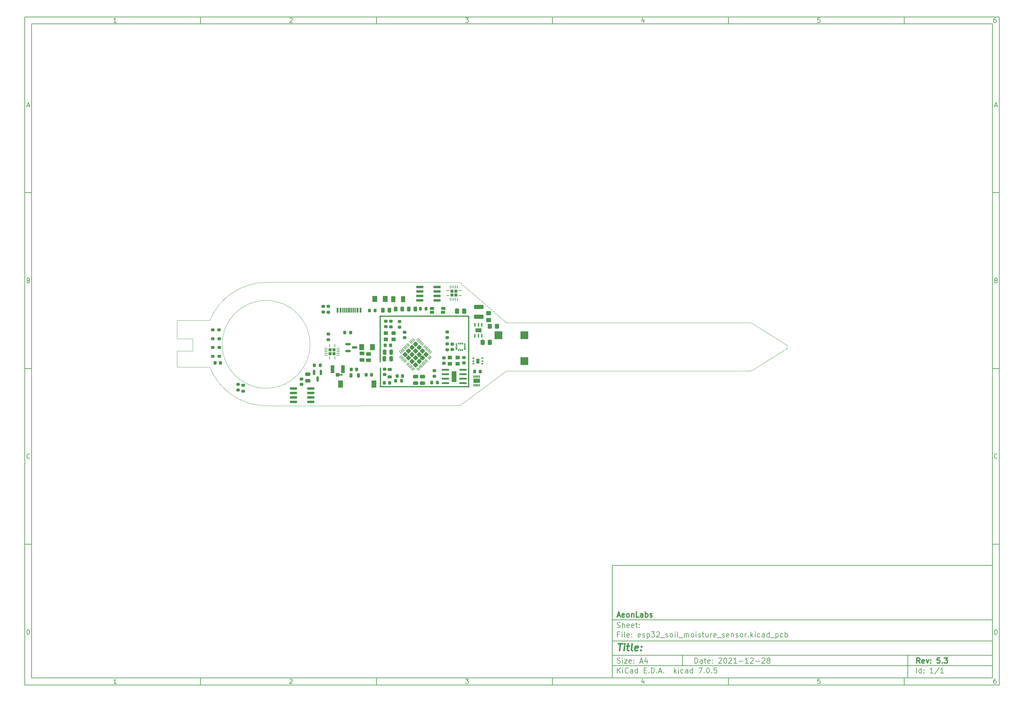
<source format=gbr>
%TF.GenerationSoftware,KiCad,Pcbnew,7.0.5*%
%TF.CreationDate,2023-06-02T10:03:58+02:00*%
%TF.ProjectId,esp32_soil_moisture_sensor,65737033-325f-4736-9f69-6c5f6d6f6973,5.3*%
%TF.SameCoordinates,Original*%
%TF.FileFunction,Paste,Top*%
%TF.FilePolarity,Positive*%
%FSLAX46Y46*%
G04 Gerber Fmt 4.6, Leading zero omitted, Abs format (unit mm)*
G04 Created by KiCad (PCBNEW 7.0.5) date 2023-06-02 10:03:58*
%MOMM*%
%LPD*%
G01*
G04 APERTURE LIST*
G04 Aperture macros list*
%AMRoundRect*
0 Rectangle with rounded corners*
0 $1 Rounding radius*
0 $2 $3 $4 $5 $6 $7 $8 $9 X,Y pos of 4 corners*
0 Add a 4 corners polygon primitive as box body*
4,1,4,$2,$3,$4,$5,$6,$7,$8,$9,$2,$3,0*
0 Add four circle primitives for the rounded corners*
1,1,$1+$1,$2,$3*
1,1,$1+$1,$4,$5*
1,1,$1+$1,$6,$7*
1,1,$1+$1,$8,$9*
0 Add four rect primitives between the rounded corners*
20,1,$1+$1,$2,$3,$4,$5,0*
20,1,$1+$1,$4,$5,$6,$7,0*
20,1,$1+$1,$6,$7,$8,$9,0*
20,1,$1+$1,$8,$9,$2,$3,0*%
G04 Aperture macros list end*
%ADD10C,0.100000*%
%ADD11C,0.150000*%
%ADD12C,0.300000*%
%ADD13C,0.400000*%
%ADD14C,0.010000*%
%ADD15RoundRect,0.225000X-0.225000X-0.250000X0.225000X-0.250000X0.225000X0.250000X-0.225000X0.250000X0*%
%ADD16R,0.550000X0.400000*%
%ADD17R,0.900000X1.400000*%
%ADD18RoundRect,0.225000X0.250000X-0.225000X0.250000X0.225000X-0.250000X0.225000X-0.250000X-0.225000X0*%
%ADD19RoundRect,0.225000X-0.250000X0.225000X-0.250000X-0.225000X0.250000X-0.225000X0.250000X0.225000X0*%
%ADD20R,0.400000X5.700000*%
%ADD21RoundRect,0.250000X-0.250000X-0.475000X0.250000X-0.475000X0.250000X0.475000X-0.250000X0.475000X0*%
%ADD22R,1.400000X2.100000*%
%ADD23RoundRect,0.250000X-0.337500X-0.475000X0.337500X-0.475000X0.337500X0.475000X-0.337500X0.475000X0*%
%ADD24RoundRect,0.250000X0.375000X0.625000X-0.375000X0.625000X-0.375000X-0.625000X0.375000X-0.625000X0*%
%ADD25RoundRect,0.200000X-0.275000X0.200000X-0.275000X-0.200000X0.275000X-0.200000X0.275000X0.200000X0*%
%ADD26RoundRect,0.150000X-0.150000X0.587500X-0.150000X-0.587500X0.150000X-0.587500X0.150000X0.587500X0*%
%ADD27RoundRect,0.124800X-0.475200X-0.275200X0.475200X-0.275200X0.475200X0.275200X-0.475200X0.275200X0*%
%ADD28RoundRect,0.250001X-0.462499X-0.624999X0.462499X-0.624999X0.462499X0.624999X-0.462499X0.624999X0*%
%ADD29R,25.500000X0.400000*%
%ADD30RoundRect,0.218750X-0.218750X-0.381250X0.218750X-0.381250X0.218750X0.381250X-0.218750X0.381250X0*%
%ADD31RoundRect,0.250000X-0.450000X0.262500X-0.450000X-0.262500X0.450000X-0.262500X0.450000X0.262500X0*%
%ADD32R,1.300000X1.000000*%
%ADD33RoundRect,0.250000X0.000000X-0.445477X0.445477X0.000000X0.000000X0.445477X-0.445477X0.000000X0*%
%ADD34RoundRect,0.050000X-0.238649X-0.309359X0.309359X0.238649X0.238649X0.309359X-0.309359X-0.238649X0*%
%ADD35RoundRect,0.000250X0.000000X-0.000354X0.000354X0.000000X0.000000X0.000354X-0.000354X0.000000X0*%
%ADD36RoundRect,0.050000X0.238649X-0.309359X0.309359X-0.238649X-0.238649X0.309359X-0.309359X0.238649X0*%
%ADD37RoundRect,0.250000X0.475000X-0.250000X0.475000X0.250000X-0.475000X0.250000X-0.475000X-0.250000X0*%
%ADD38RoundRect,0.041300X0.948700X0.253700X-0.948700X0.253700X-0.948700X-0.253700X0.948700X-0.253700X0*%
%ADD39RoundRect,0.098350X0.604150X1.437900X-0.604150X1.437900X-0.604150X-1.437900X0.604150X-1.437900X0*%
%ADD40RoundRect,0.243750X-0.243750X-0.456250X0.243750X-0.456250X0.243750X0.456250X-0.243750X0.456250X0*%
%ADD41RoundRect,0.250001X0.462499X0.624999X-0.462499X0.624999X-0.462499X-0.624999X0.462499X-0.624999X0*%
%ADD42RoundRect,0.250000X-0.450000X0.350000X-0.450000X-0.350000X0.450000X-0.350000X0.450000X0.350000X0*%
%ADD43R,0.420000X1.100000*%
%ADD44RoundRect,0.200000X-0.200000X-0.275000X0.200000X-0.275000X0.200000X0.275000X-0.200000X0.275000X0*%
%ADD45R,0.600000X1.450000*%
%ADD46R,0.300000X1.450000*%
%ADD47RoundRect,0.200000X-0.300000X-0.200000X0.300000X-0.200000X0.300000X0.200000X-0.300000X0.200000X0*%
%ADD48RoundRect,0.250000X-1.075000X0.375000X-1.075000X-0.375000X1.075000X-0.375000X1.075000X0.375000X0*%
%ADD49R,1.100000X2.250000*%
%ADD50R,1.050000X1.100000*%
%ADD51R,0.500000X0.500000*%
%ADD52RoundRect,0.042000X-0.943000X-0.258000X0.943000X-0.258000X0.943000X0.258000X-0.943000X0.258000X0*%
%ADD53R,25.400000X0.400000*%
%ADD54R,0.400000X13.300000*%
%ADD55R,0.580000X0.350000*%
%ADD56R,0.350000X0.580000*%
%ADD57RoundRect,0.250000X0.350000X0.450000X-0.350000X0.450000X-0.350000X-0.450000X0.350000X-0.450000X0*%
%ADD58R,0.820000X0.820000*%
%ADD59R,0.280000X0.850000*%
%ADD60R,0.850000X0.280000*%
%ADD61R,0.400000X20.500000*%
%ADD62RoundRect,0.200000X0.275000X-0.200000X0.275000X0.200000X-0.275000X0.200000X-0.275000X-0.200000X0*%
%ADD63RoundRect,0.225000X0.225000X0.250000X-0.225000X0.250000X-0.225000X-0.250000X0.225000X-0.250000X0*%
%ADD64RoundRect,0.218750X0.381250X-0.218750X0.381250X0.218750X-0.381250X0.218750X-0.381250X-0.218750X0*%
%ADD65RoundRect,0.150000X-0.587500X-0.150000X0.587500X-0.150000X0.587500X0.150000X-0.587500X0.150000X0*%
%ADD66RoundRect,0.250000X0.337500X0.475000X-0.337500X0.475000X-0.337500X-0.475000X0.337500X-0.475000X0*%
%ADD67R,0.300000X0.800000*%
%ADD68R,1.900000X1.200000*%
%ADD69R,2.195000X2.195000*%
%TA.AperFunction,Profile*%
%ADD70C,0.050000*%
%TD*%
%TA.AperFunction,Profile*%
%ADD71C,0.100000*%
%TD*%
G04 APERTURE END LIST*
D10*
D11*
X177002200Y-166007200D02*
X285002200Y-166007200D01*
X285002200Y-198007200D01*
X177002200Y-198007200D01*
X177002200Y-166007200D01*
D10*
D11*
X10000000Y-10000000D02*
X287002200Y-10000000D01*
X287002200Y-200007200D01*
X10000000Y-200007200D01*
X10000000Y-10000000D01*
D10*
D11*
X12000000Y-12000000D02*
X285002200Y-12000000D01*
X285002200Y-198007200D01*
X12000000Y-198007200D01*
X12000000Y-12000000D01*
D10*
D11*
X60000000Y-12000000D02*
X60000000Y-10000000D01*
D10*
D11*
X110000000Y-12000000D02*
X110000000Y-10000000D01*
D10*
D11*
X160000000Y-12000000D02*
X160000000Y-10000000D01*
D10*
D11*
X210000000Y-12000000D02*
X210000000Y-10000000D01*
D10*
D11*
X260000000Y-12000000D02*
X260000000Y-10000000D01*
D10*
D11*
X36089160Y-11593604D02*
X35346303Y-11593604D01*
X35717731Y-11593604D02*
X35717731Y-10293604D01*
X35717731Y-10293604D02*
X35593922Y-10479319D01*
X35593922Y-10479319D02*
X35470112Y-10603128D01*
X35470112Y-10603128D02*
X35346303Y-10665033D01*
D10*
D11*
X85346303Y-10417414D02*
X85408207Y-10355509D01*
X85408207Y-10355509D02*
X85532017Y-10293604D01*
X85532017Y-10293604D02*
X85841541Y-10293604D01*
X85841541Y-10293604D02*
X85965350Y-10355509D01*
X85965350Y-10355509D02*
X86027255Y-10417414D01*
X86027255Y-10417414D02*
X86089160Y-10541223D01*
X86089160Y-10541223D02*
X86089160Y-10665033D01*
X86089160Y-10665033D02*
X86027255Y-10850747D01*
X86027255Y-10850747D02*
X85284398Y-11593604D01*
X85284398Y-11593604D02*
X86089160Y-11593604D01*
D10*
D11*
X135284398Y-10293604D02*
X136089160Y-10293604D01*
X136089160Y-10293604D02*
X135655826Y-10788842D01*
X135655826Y-10788842D02*
X135841541Y-10788842D01*
X135841541Y-10788842D02*
X135965350Y-10850747D01*
X135965350Y-10850747D02*
X136027255Y-10912652D01*
X136027255Y-10912652D02*
X136089160Y-11036461D01*
X136089160Y-11036461D02*
X136089160Y-11345985D01*
X136089160Y-11345985D02*
X136027255Y-11469795D01*
X136027255Y-11469795D02*
X135965350Y-11531700D01*
X135965350Y-11531700D02*
X135841541Y-11593604D01*
X135841541Y-11593604D02*
X135470112Y-11593604D01*
X135470112Y-11593604D02*
X135346303Y-11531700D01*
X135346303Y-11531700D02*
X135284398Y-11469795D01*
D10*
D11*
X185965350Y-10726938D02*
X185965350Y-11593604D01*
X185655826Y-10231700D02*
X185346303Y-11160271D01*
X185346303Y-11160271D02*
X186151064Y-11160271D01*
D10*
D11*
X236027255Y-10293604D02*
X235408207Y-10293604D01*
X235408207Y-10293604D02*
X235346303Y-10912652D01*
X235346303Y-10912652D02*
X235408207Y-10850747D01*
X235408207Y-10850747D02*
X235532017Y-10788842D01*
X235532017Y-10788842D02*
X235841541Y-10788842D01*
X235841541Y-10788842D02*
X235965350Y-10850747D01*
X235965350Y-10850747D02*
X236027255Y-10912652D01*
X236027255Y-10912652D02*
X236089160Y-11036461D01*
X236089160Y-11036461D02*
X236089160Y-11345985D01*
X236089160Y-11345985D02*
X236027255Y-11469795D01*
X236027255Y-11469795D02*
X235965350Y-11531700D01*
X235965350Y-11531700D02*
X235841541Y-11593604D01*
X235841541Y-11593604D02*
X235532017Y-11593604D01*
X235532017Y-11593604D02*
X235408207Y-11531700D01*
X235408207Y-11531700D02*
X235346303Y-11469795D01*
D10*
D11*
X285965350Y-10293604D02*
X285717731Y-10293604D01*
X285717731Y-10293604D02*
X285593922Y-10355509D01*
X285593922Y-10355509D02*
X285532017Y-10417414D01*
X285532017Y-10417414D02*
X285408207Y-10603128D01*
X285408207Y-10603128D02*
X285346303Y-10850747D01*
X285346303Y-10850747D02*
X285346303Y-11345985D01*
X285346303Y-11345985D02*
X285408207Y-11469795D01*
X285408207Y-11469795D02*
X285470112Y-11531700D01*
X285470112Y-11531700D02*
X285593922Y-11593604D01*
X285593922Y-11593604D02*
X285841541Y-11593604D01*
X285841541Y-11593604D02*
X285965350Y-11531700D01*
X285965350Y-11531700D02*
X286027255Y-11469795D01*
X286027255Y-11469795D02*
X286089160Y-11345985D01*
X286089160Y-11345985D02*
X286089160Y-11036461D01*
X286089160Y-11036461D02*
X286027255Y-10912652D01*
X286027255Y-10912652D02*
X285965350Y-10850747D01*
X285965350Y-10850747D02*
X285841541Y-10788842D01*
X285841541Y-10788842D02*
X285593922Y-10788842D01*
X285593922Y-10788842D02*
X285470112Y-10850747D01*
X285470112Y-10850747D02*
X285408207Y-10912652D01*
X285408207Y-10912652D02*
X285346303Y-11036461D01*
D10*
D11*
X60000000Y-198007200D02*
X60000000Y-200007200D01*
D10*
D11*
X110000000Y-198007200D02*
X110000000Y-200007200D01*
D10*
D11*
X160000000Y-198007200D02*
X160000000Y-200007200D01*
D10*
D11*
X210000000Y-198007200D02*
X210000000Y-200007200D01*
D10*
D11*
X260000000Y-198007200D02*
X260000000Y-200007200D01*
D10*
D11*
X36089160Y-199600804D02*
X35346303Y-199600804D01*
X35717731Y-199600804D02*
X35717731Y-198300804D01*
X35717731Y-198300804D02*
X35593922Y-198486519D01*
X35593922Y-198486519D02*
X35470112Y-198610328D01*
X35470112Y-198610328D02*
X35346303Y-198672233D01*
D10*
D11*
X85346303Y-198424614D02*
X85408207Y-198362709D01*
X85408207Y-198362709D02*
X85532017Y-198300804D01*
X85532017Y-198300804D02*
X85841541Y-198300804D01*
X85841541Y-198300804D02*
X85965350Y-198362709D01*
X85965350Y-198362709D02*
X86027255Y-198424614D01*
X86027255Y-198424614D02*
X86089160Y-198548423D01*
X86089160Y-198548423D02*
X86089160Y-198672233D01*
X86089160Y-198672233D02*
X86027255Y-198857947D01*
X86027255Y-198857947D02*
X85284398Y-199600804D01*
X85284398Y-199600804D02*
X86089160Y-199600804D01*
D10*
D11*
X135284398Y-198300804D02*
X136089160Y-198300804D01*
X136089160Y-198300804D02*
X135655826Y-198796042D01*
X135655826Y-198796042D02*
X135841541Y-198796042D01*
X135841541Y-198796042D02*
X135965350Y-198857947D01*
X135965350Y-198857947D02*
X136027255Y-198919852D01*
X136027255Y-198919852D02*
X136089160Y-199043661D01*
X136089160Y-199043661D02*
X136089160Y-199353185D01*
X136089160Y-199353185D02*
X136027255Y-199476995D01*
X136027255Y-199476995D02*
X135965350Y-199538900D01*
X135965350Y-199538900D02*
X135841541Y-199600804D01*
X135841541Y-199600804D02*
X135470112Y-199600804D01*
X135470112Y-199600804D02*
X135346303Y-199538900D01*
X135346303Y-199538900D02*
X135284398Y-199476995D01*
D10*
D11*
X185965350Y-198734138D02*
X185965350Y-199600804D01*
X185655826Y-198238900D02*
X185346303Y-199167471D01*
X185346303Y-199167471D02*
X186151064Y-199167471D01*
D10*
D11*
X236027255Y-198300804D02*
X235408207Y-198300804D01*
X235408207Y-198300804D02*
X235346303Y-198919852D01*
X235346303Y-198919852D02*
X235408207Y-198857947D01*
X235408207Y-198857947D02*
X235532017Y-198796042D01*
X235532017Y-198796042D02*
X235841541Y-198796042D01*
X235841541Y-198796042D02*
X235965350Y-198857947D01*
X235965350Y-198857947D02*
X236027255Y-198919852D01*
X236027255Y-198919852D02*
X236089160Y-199043661D01*
X236089160Y-199043661D02*
X236089160Y-199353185D01*
X236089160Y-199353185D02*
X236027255Y-199476995D01*
X236027255Y-199476995D02*
X235965350Y-199538900D01*
X235965350Y-199538900D02*
X235841541Y-199600804D01*
X235841541Y-199600804D02*
X235532017Y-199600804D01*
X235532017Y-199600804D02*
X235408207Y-199538900D01*
X235408207Y-199538900D02*
X235346303Y-199476995D01*
D10*
D11*
X285965350Y-198300804D02*
X285717731Y-198300804D01*
X285717731Y-198300804D02*
X285593922Y-198362709D01*
X285593922Y-198362709D02*
X285532017Y-198424614D01*
X285532017Y-198424614D02*
X285408207Y-198610328D01*
X285408207Y-198610328D02*
X285346303Y-198857947D01*
X285346303Y-198857947D02*
X285346303Y-199353185D01*
X285346303Y-199353185D02*
X285408207Y-199476995D01*
X285408207Y-199476995D02*
X285470112Y-199538900D01*
X285470112Y-199538900D02*
X285593922Y-199600804D01*
X285593922Y-199600804D02*
X285841541Y-199600804D01*
X285841541Y-199600804D02*
X285965350Y-199538900D01*
X285965350Y-199538900D02*
X286027255Y-199476995D01*
X286027255Y-199476995D02*
X286089160Y-199353185D01*
X286089160Y-199353185D02*
X286089160Y-199043661D01*
X286089160Y-199043661D02*
X286027255Y-198919852D01*
X286027255Y-198919852D02*
X285965350Y-198857947D01*
X285965350Y-198857947D02*
X285841541Y-198796042D01*
X285841541Y-198796042D02*
X285593922Y-198796042D01*
X285593922Y-198796042D02*
X285470112Y-198857947D01*
X285470112Y-198857947D02*
X285408207Y-198919852D01*
X285408207Y-198919852D02*
X285346303Y-199043661D01*
D10*
D11*
X10000000Y-60000000D02*
X12000000Y-60000000D01*
D10*
D11*
X10000000Y-110000000D02*
X12000000Y-110000000D01*
D10*
D11*
X10000000Y-160000000D02*
X12000000Y-160000000D01*
D10*
D11*
X10690476Y-35222176D02*
X11309523Y-35222176D01*
X10566666Y-35593604D02*
X10999999Y-34293604D01*
X10999999Y-34293604D02*
X11433333Y-35593604D01*
D10*
D11*
X11092857Y-84912652D02*
X11278571Y-84974557D01*
X11278571Y-84974557D02*
X11340476Y-85036461D01*
X11340476Y-85036461D02*
X11402380Y-85160271D01*
X11402380Y-85160271D02*
X11402380Y-85345985D01*
X11402380Y-85345985D02*
X11340476Y-85469795D01*
X11340476Y-85469795D02*
X11278571Y-85531700D01*
X11278571Y-85531700D02*
X11154761Y-85593604D01*
X11154761Y-85593604D02*
X10659523Y-85593604D01*
X10659523Y-85593604D02*
X10659523Y-84293604D01*
X10659523Y-84293604D02*
X11092857Y-84293604D01*
X11092857Y-84293604D02*
X11216666Y-84355509D01*
X11216666Y-84355509D02*
X11278571Y-84417414D01*
X11278571Y-84417414D02*
X11340476Y-84541223D01*
X11340476Y-84541223D02*
X11340476Y-84665033D01*
X11340476Y-84665033D02*
X11278571Y-84788842D01*
X11278571Y-84788842D02*
X11216666Y-84850747D01*
X11216666Y-84850747D02*
X11092857Y-84912652D01*
X11092857Y-84912652D02*
X10659523Y-84912652D01*
D10*
D11*
X11402380Y-135469795D02*
X11340476Y-135531700D01*
X11340476Y-135531700D02*
X11154761Y-135593604D01*
X11154761Y-135593604D02*
X11030952Y-135593604D01*
X11030952Y-135593604D02*
X10845238Y-135531700D01*
X10845238Y-135531700D02*
X10721428Y-135407890D01*
X10721428Y-135407890D02*
X10659523Y-135284080D01*
X10659523Y-135284080D02*
X10597619Y-135036461D01*
X10597619Y-135036461D02*
X10597619Y-134850747D01*
X10597619Y-134850747D02*
X10659523Y-134603128D01*
X10659523Y-134603128D02*
X10721428Y-134479319D01*
X10721428Y-134479319D02*
X10845238Y-134355509D01*
X10845238Y-134355509D02*
X11030952Y-134293604D01*
X11030952Y-134293604D02*
X11154761Y-134293604D01*
X11154761Y-134293604D02*
X11340476Y-134355509D01*
X11340476Y-134355509D02*
X11402380Y-134417414D01*
D10*
D11*
X10659523Y-185593604D02*
X10659523Y-184293604D01*
X10659523Y-184293604D02*
X10969047Y-184293604D01*
X10969047Y-184293604D02*
X11154761Y-184355509D01*
X11154761Y-184355509D02*
X11278571Y-184479319D01*
X11278571Y-184479319D02*
X11340476Y-184603128D01*
X11340476Y-184603128D02*
X11402380Y-184850747D01*
X11402380Y-184850747D02*
X11402380Y-185036461D01*
X11402380Y-185036461D02*
X11340476Y-185284080D01*
X11340476Y-185284080D02*
X11278571Y-185407890D01*
X11278571Y-185407890D02*
X11154761Y-185531700D01*
X11154761Y-185531700D02*
X10969047Y-185593604D01*
X10969047Y-185593604D02*
X10659523Y-185593604D01*
D10*
D11*
X287002200Y-60000000D02*
X285002200Y-60000000D01*
D10*
D11*
X287002200Y-110000000D02*
X285002200Y-110000000D01*
D10*
D11*
X287002200Y-160000000D02*
X285002200Y-160000000D01*
D10*
D11*
X285692676Y-35222176D02*
X286311723Y-35222176D01*
X285568866Y-35593604D02*
X286002199Y-34293604D01*
X286002199Y-34293604D02*
X286435533Y-35593604D01*
D10*
D11*
X286095057Y-84912652D02*
X286280771Y-84974557D01*
X286280771Y-84974557D02*
X286342676Y-85036461D01*
X286342676Y-85036461D02*
X286404580Y-85160271D01*
X286404580Y-85160271D02*
X286404580Y-85345985D01*
X286404580Y-85345985D02*
X286342676Y-85469795D01*
X286342676Y-85469795D02*
X286280771Y-85531700D01*
X286280771Y-85531700D02*
X286156961Y-85593604D01*
X286156961Y-85593604D02*
X285661723Y-85593604D01*
X285661723Y-85593604D02*
X285661723Y-84293604D01*
X285661723Y-84293604D02*
X286095057Y-84293604D01*
X286095057Y-84293604D02*
X286218866Y-84355509D01*
X286218866Y-84355509D02*
X286280771Y-84417414D01*
X286280771Y-84417414D02*
X286342676Y-84541223D01*
X286342676Y-84541223D02*
X286342676Y-84665033D01*
X286342676Y-84665033D02*
X286280771Y-84788842D01*
X286280771Y-84788842D02*
X286218866Y-84850747D01*
X286218866Y-84850747D02*
X286095057Y-84912652D01*
X286095057Y-84912652D02*
X285661723Y-84912652D01*
D10*
D11*
X286404580Y-135469795D02*
X286342676Y-135531700D01*
X286342676Y-135531700D02*
X286156961Y-135593604D01*
X286156961Y-135593604D02*
X286033152Y-135593604D01*
X286033152Y-135593604D02*
X285847438Y-135531700D01*
X285847438Y-135531700D02*
X285723628Y-135407890D01*
X285723628Y-135407890D02*
X285661723Y-135284080D01*
X285661723Y-135284080D02*
X285599819Y-135036461D01*
X285599819Y-135036461D02*
X285599819Y-134850747D01*
X285599819Y-134850747D02*
X285661723Y-134603128D01*
X285661723Y-134603128D02*
X285723628Y-134479319D01*
X285723628Y-134479319D02*
X285847438Y-134355509D01*
X285847438Y-134355509D02*
X286033152Y-134293604D01*
X286033152Y-134293604D02*
X286156961Y-134293604D01*
X286156961Y-134293604D02*
X286342676Y-134355509D01*
X286342676Y-134355509D02*
X286404580Y-134417414D01*
D10*
D11*
X285661723Y-185593604D02*
X285661723Y-184293604D01*
X285661723Y-184293604D02*
X285971247Y-184293604D01*
X285971247Y-184293604D02*
X286156961Y-184355509D01*
X286156961Y-184355509D02*
X286280771Y-184479319D01*
X286280771Y-184479319D02*
X286342676Y-184603128D01*
X286342676Y-184603128D02*
X286404580Y-184850747D01*
X286404580Y-184850747D02*
X286404580Y-185036461D01*
X286404580Y-185036461D02*
X286342676Y-185284080D01*
X286342676Y-185284080D02*
X286280771Y-185407890D01*
X286280771Y-185407890D02*
X286156961Y-185531700D01*
X286156961Y-185531700D02*
X285971247Y-185593604D01*
X285971247Y-185593604D02*
X285661723Y-185593604D01*
D10*
D11*
X200458026Y-193793328D02*
X200458026Y-192293328D01*
X200458026Y-192293328D02*
X200815169Y-192293328D01*
X200815169Y-192293328D02*
X201029455Y-192364757D01*
X201029455Y-192364757D02*
X201172312Y-192507614D01*
X201172312Y-192507614D02*
X201243741Y-192650471D01*
X201243741Y-192650471D02*
X201315169Y-192936185D01*
X201315169Y-192936185D02*
X201315169Y-193150471D01*
X201315169Y-193150471D02*
X201243741Y-193436185D01*
X201243741Y-193436185D02*
X201172312Y-193579042D01*
X201172312Y-193579042D02*
X201029455Y-193721900D01*
X201029455Y-193721900D02*
X200815169Y-193793328D01*
X200815169Y-193793328D02*
X200458026Y-193793328D01*
X202600884Y-193793328D02*
X202600884Y-193007614D01*
X202600884Y-193007614D02*
X202529455Y-192864757D01*
X202529455Y-192864757D02*
X202386598Y-192793328D01*
X202386598Y-192793328D02*
X202100884Y-192793328D01*
X202100884Y-192793328D02*
X201958026Y-192864757D01*
X202600884Y-193721900D02*
X202458026Y-193793328D01*
X202458026Y-193793328D02*
X202100884Y-193793328D01*
X202100884Y-193793328D02*
X201958026Y-193721900D01*
X201958026Y-193721900D02*
X201886598Y-193579042D01*
X201886598Y-193579042D02*
X201886598Y-193436185D01*
X201886598Y-193436185D02*
X201958026Y-193293328D01*
X201958026Y-193293328D02*
X202100884Y-193221900D01*
X202100884Y-193221900D02*
X202458026Y-193221900D01*
X202458026Y-193221900D02*
X202600884Y-193150471D01*
X203100884Y-192793328D02*
X203672312Y-192793328D01*
X203315169Y-192293328D02*
X203315169Y-193579042D01*
X203315169Y-193579042D02*
X203386598Y-193721900D01*
X203386598Y-193721900D02*
X203529455Y-193793328D01*
X203529455Y-193793328D02*
X203672312Y-193793328D01*
X204743741Y-193721900D02*
X204600884Y-193793328D01*
X204600884Y-193793328D02*
X204315170Y-193793328D01*
X204315170Y-193793328D02*
X204172312Y-193721900D01*
X204172312Y-193721900D02*
X204100884Y-193579042D01*
X204100884Y-193579042D02*
X204100884Y-193007614D01*
X204100884Y-193007614D02*
X204172312Y-192864757D01*
X204172312Y-192864757D02*
X204315170Y-192793328D01*
X204315170Y-192793328D02*
X204600884Y-192793328D01*
X204600884Y-192793328D02*
X204743741Y-192864757D01*
X204743741Y-192864757D02*
X204815170Y-193007614D01*
X204815170Y-193007614D02*
X204815170Y-193150471D01*
X204815170Y-193150471D02*
X204100884Y-193293328D01*
X205458026Y-193650471D02*
X205529455Y-193721900D01*
X205529455Y-193721900D02*
X205458026Y-193793328D01*
X205458026Y-193793328D02*
X205386598Y-193721900D01*
X205386598Y-193721900D02*
X205458026Y-193650471D01*
X205458026Y-193650471D02*
X205458026Y-193793328D01*
X205458026Y-192864757D02*
X205529455Y-192936185D01*
X205529455Y-192936185D02*
X205458026Y-193007614D01*
X205458026Y-193007614D02*
X205386598Y-192936185D01*
X205386598Y-192936185D02*
X205458026Y-192864757D01*
X205458026Y-192864757D02*
X205458026Y-193007614D01*
X207243741Y-192436185D02*
X207315169Y-192364757D01*
X207315169Y-192364757D02*
X207458027Y-192293328D01*
X207458027Y-192293328D02*
X207815169Y-192293328D01*
X207815169Y-192293328D02*
X207958027Y-192364757D01*
X207958027Y-192364757D02*
X208029455Y-192436185D01*
X208029455Y-192436185D02*
X208100884Y-192579042D01*
X208100884Y-192579042D02*
X208100884Y-192721900D01*
X208100884Y-192721900D02*
X208029455Y-192936185D01*
X208029455Y-192936185D02*
X207172312Y-193793328D01*
X207172312Y-193793328D02*
X208100884Y-193793328D01*
X209029455Y-192293328D02*
X209172312Y-192293328D01*
X209172312Y-192293328D02*
X209315169Y-192364757D01*
X209315169Y-192364757D02*
X209386598Y-192436185D01*
X209386598Y-192436185D02*
X209458026Y-192579042D01*
X209458026Y-192579042D02*
X209529455Y-192864757D01*
X209529455Y-192864757D02*
X209529455Y-193221900D01*
X209529455Y-193221900D02*
X209458026Y-193507614D01*
X209458026Y-193507614D02*
X209386598Y-193650471D01*
X209386598Y-193650471D02*
X209315169Y-193721900D01*
X209315169Y-193721900D02*
X209172312Y-193793328D01*
X209172312Y-193793328D02*
X209029455Y-193793328D01*
X209029455Y-193793328D02*
X208886598Y-193721900D01*
X208886598Y-193721900D02*
X208815169Y-193650471D01*
X208815169Y-193650471D02*
X208743740Y-193507614D01*
X208743740Y-193507614D02*
X208672312Y-193221900D01*
X208672312Y-193221900D02*
X208672312Y-192864757D01*
X208672312Y-192864757D02*
X208743740Y-192579042D01*
X208743740Y-192579042D02*
X208815169Y-192436185D01*
X208815169Y-192436185D02*
X208886598Y-192364757D01*
X208886598Y-192364757D02*
X209029455Y-192293328D01*
X210100883Y-192436185D02*
X210172311Y-192364757D01*
X210172311Y-192364757D02*
X210315169Y-192293328D01*
X210315169Y-192293328D02*
X210672311Y-192293328D01*
X210672311Y-192293328D02*
X210815169Y-192364757D01*
X210815169Y-192364757D02*
X210886597Y-192436185D01*
X210886597Y-192436185D02*
X210958026Y-192579042D01*
X210958026Y-192579042D02*
X210958026Y-192721900D01*
X210958026Y-192721900D02*
X210886597Y-192936185D01*
X210886597Y-192936185D02*
X210029454Y-193793328D01*
X210029454Y-193793328D02*
X210958026Y-193793328D01*
X212386597Y-193793328D02*
X211529454Y-193793328D01*
X211958025Y-193793328D02*
X211958025Y-192293328D01*
X211958025Y-192293328D02*
X211815168Y-192507614D01*
X211815168Y-192507614D02*
X211672311Y-192650471D01*
X211672311Y-192650471D02*
X211529454Y-192721900D01*
X213029453Y-193221900D02*
X214172311Y-193221900D01*
X215672311Y-193793328D02*
X214815168Y-193793328D01*
X215243739Y-193793328D02*
X215243739Y-192293328D01*
X215243739Y-192293328D02*
X215100882Y-192507614D01*
X215100882Y-192507614D02*
X214958025Y-192650471D01*
X214958025Y-192650471D02*
X214815168Y-192721900D01*
X216243739Y-192436185D02*
X216315167Y-192364757D01*
X216315167Y-192364757D02*
X216458025Y-192293328D01*
X216458025Y-192293328D02*
X216815167Y-192293328D01*
X216815167Y-192293328D02*
X216958025Y-192364757D01*
X216958025Y-192364757D02*
X217029453Y-192436185D01*
X217029453Y-192436185D02*
X217100882Y-192579042D01*
X217100882Y-192579042D02*
X217100882Y-192721900D01*
X217100882Y-192721900D02*
X217029453Y-192936185D01*
X217029453Y-192936185D02*
X216172310Y-193793328D01*
X216172310Y-193793328D02*
X217100882Y-193793328D01*
X217743738Y-193221900D02*
X218886596Y-193221900D01*
X219529453Y-192436185D02*
X219600881Y-192364757D01*
X219600881Y-192364757D02*
X219743739Y-192293328D01*
X219743739Y-192293328D02*
X220100881Y-192293328D01*
X220100881Y-192293328D02*
X220243739Y-192364757D01*
X220243739Y-192364757D02*
X220315167Y-192436185D01*
X220315167Y-192436185D02*
X220386596Y-192579042D01*
X220386596Y-192579042D02*
X220386596Y-192721900D01*
X220386596Y-192721900D02*
X220315167Y-192936185D01*
X220315167Y-192936185D02*
X219458024Y-193793328D01*
X219458024Y-193793328D02*
X220386596Y-193793328D01*
X221243738Y-192936185D02*
X221100881Y-192864757D01*
X221100881Y-192864757D02*
X221029452Y-192793328D01*
X221029452Y-192793328D02*
X220958024Y-192650471D01*
X220958024Y-192650471D02*
X220958024Y-192579042D01*
X220958024Y-192579042D02*
X221029452Y-192436185D01*
X221029452Y-192436185D02*
X221100881Y-192364757D01*
X221100881Y-192364757D02*
X221243738Y-192293328D01*
X221243738Y-192293328D02*
X221529452Y-192293328D01*
X221529452Y-192293328D02*
X221672310Y-192364757D01*
X221672310Y-192364757D02*
X221743738Y-192436185D01*
X221743738Y-192436185D02*
X221815167Y-192579042D01*
X221815167Y-192579042D02*
X221815167Y-192650471D01*
X221815167Y-192650471D02*
X221743738Y-192793328D01*
X221743738Y-192793328D02*
X221672310Y-192864757D01*
X221672310Y-192864757D02*
X221529452Y-192936185D01*
X221529452Y-192936185D02*
X221243738Y-192936185D01*
X221243738Y-192936185D02*
X221100881Y-193007614D01*
X221100881Y-193007614D02*
X221029452Y-193079042D01*
X221029452Y-193079042D02*
X220958024Y-193221900D01*
X220958024Y-193221900D02*
X220958024Y-193507614D01*
X220958024Y-193507614D02*
X221029452Y-193650471D01*
X221029452Y-193650471D02*
X221100881Y-193721900D01*
X221100881Y-193721900D02*
X221243738Y-193793328D01*
X221243738Y-193793328D02*
X221529452Y-193793328D01*
X221529452Y-193793328D02*
X221672310Y-193721900D01*
X221672310Y-193721900D02*
X221743738Y-193650471D01*
X221743738Y-193650471D02*
X221815167Y-193507614D01*
X221815167Y-193507614D02*
X221815167Y-193221900D01*
X221815167Y-193221900D02*
X221743738Y-193079042D01*
X221743738Y-193079042D02*
X221672310Y-193007614D01*
X221672310Y-193007614D02*
X221529452Y-192936185D01*
D10*
D11*
X177002200Y-194507200D02*
X285002200Y-194507200D01*
D10*
D11*
X178458026Y-196593328D02*
X178458026Y-195093328D01*
X179315169Y-196593328D02*
X178672312Y-195736185D01*
X179315169Y-195093328D02*
X178458026Y-195950471D01*
X179958026Y-196593328D02*
X179958026Y-195593328D01*
X179958026Y-195093328D02*
X179886598Y-195164757D01*
X179886598Y-195164757D02*
X179958026Y-195236185D01*
X179958026Y-195236185D02*
X180029455Y-195164757D01*
X180029455Y-195164757D02*
X179958026Y-195093328D01*
X179958026Y-195093328D02*
X179958026Y-195236185D01*
X181529455Y-196450471D02*
X181458027Y-196521900D01*
X181458027Y-196521900D02*
X181243741Y-196593328D01*
X181243741Y-196593328D02*
X181100884Y-196593328D01*
X181100884Y-196593328D02*
X180886598Y-196521900D01*
X180886598Y-196521900D02*
X180743741Y-196379042D01*
X180743741Y-196379042D02*
X180672312Y-196236185D01*
X180672312Y-196236185D02*
X180600884Y-195950471D01*
X180600884Y-195950471D02*
X180600884Y-195736185D01*
X180600884Y-195736185D02*
X180672312Y-195450471D01*
X180672312Y-195450471D02*
X180743741Y-195307614D01*
X180743741Y-195307614D02*
X180886598Y-195164757D01*
X180886598Y-195164757D02*
X181100884Y-195093328D01*
X181100884Y-195093328D02*
X181243741Y-195093328D01*
X181243741Y-195093328D02*
X181458027Y-195164757D01*
X181458027Y-195164757D02*
X181529455Y-195236185D01*
X182815170Y-196593328D02*
X182815170Y-195807614D01*
X182815170Y-195807614D02*
X182743741Y-195664757D01*
X182743741Y-195664757D02*
X182600884Y-195593328D01*
X182600884Y-195593328D02*
X182315170Y-195593328D01*
X182315170Y-195593328D02*
X182172312Y-195664757D01*
X182815170Y-196521900D02*
X182672312Y-196593328D01*
X182672312Y-196593328D02*
X182315170Y-196593328D01*
X182315170Y-196593328D02*
X182172312Y-196521900D01*
X182172312Y-196521900D02*
X182100884Y-196379042D01*
X182100884Y-196379042D02*
X182100884Y-196236185D01*
X182100884Y-196236185D02*
X182172312Y-196093328D01*
X182172312Y-196093328D02*
X182315170Y-196021900D01*
X182315170Y-196021900D02*
X182672312Y-196021900D01*
X182672312Y-196021900D02*
X182815170Y-195950471D01*
X184172313Y-196593328D02*
X184172313Y-195093328D01*
X184172313Y-196521900D02*
X184029455Y-196593328D01*
X184029455Y-196593328D02*
X183743741Y-196593328D01*
X183743741Y-196593328D02*
X183600884Y-196521900D01*
X183600884Y-196521900D02*
X183529455Y-196450471D01*
X183529455Y-196450471D02*
X183458027Y-196307614D01*
X183458027Y-196307614D02*
X183458027Y-195879042D01*
X183458027Y-195879042D02*
X183529455Y-195736185D01*
X183529455Y-195736185D02*
X183600884Y-195664757D01*
X183600884Y-195664757D02*
X183743741Y-195593328D01*
X183743741Y-195593328D02*
X184029455Y-195593328D01*
X184029455Y-195593328D02*
X184172313Y-195664757D01*
X186029455Y-195807614D02*
X186529455Y-195807614D01*
X186743741Y-196593328D02*
X186029455Y-196593328D01*
X186029455Y-196593328D02*
X186029455Y-195093328D01*
X186029455Y-195093328D02*
X186743741Y-195093328D01*
X187386598Y-196450471D02*
X187458027Y-196521900D01*
X187458027Y-196521900D02*
X187386598Y-196593328D01*
X187386598Y-196593328D02*
X187315170Y-196521900D01*
X187315170Y-196521900D02*
X187386598Y-196450471D01*
X187386598Y-196450471D02*
X187386598Y-196593328D01*
X188100884Y-196593328D02*
X188100884Y-195093328D01*
X188100884Y-195093328D02*
X188458027Y-195093328D01*
X188458027Y-195093328D02*
X188672313Y-195164757D01*
X188672313Y-195164757D02*
X188815170Y-195307614D01*
X188815170Y-195307614D02*
X188886599Y-195450471D01*
X188886599Y-195450471D02*
X188958027Y-195736185D01*
X188958027Y-195736185D02*
X188958027Y-195950471D01*
X188958027Y-195950471D02*
X188886599Y-196236185D01*
X188886599Y-196236185D02*
X188815170Y-196379042D01*
X188815170Y-196379042D02*
X188672313Y-196521900D01*
X188672313Y-196521900D02*
X188458027Y-196593328D01*
X188458027Y-196593328D02*
X188100884Y-196593328D01*
X189600884Y-196450471D02*
X189672313Y-196521900D01*
X189672313Y-196521900D02*
X189600884Y-196593328D01*
X189600884Y-196593328D02*
X189529456Y-196521900D01*
X189529456Y-196521900D02*
X189600884Y-196450471D01*
X189600884Y-196450471D02*
X189600884Y-196593328D01*
X190243742Y-196164757D02*
X190958028Y-196164757D01*
X190100885Y-196593328D02*
X190600885Y-195093328D01*
X190600885Y-195093328D02*
X191100885Y-196593328D01*
X191600884Y-196450471D02*
X191672313Y-196521900D01*
X191672313Y-196521900D02*
X191600884Y-196593328D01*
X191600884Y-196593328D02*
X191529456Y-196521900D01*
X191529456Y-196521900D02*
X191600884Y-196450471D01*
X191600884Y-196450471D02*
X191600884Y-196593328D01*
X194600884Y-196593328D02*
X194600884Y-195093328D01*
X194743742Y-196021900D02*
X195172313Y-196593328D01*
X195172313Y-195593328D02*
X194600884Y-196164757D01*
X195815170Y-196593328D02*
X195815170Y-195593328D01*
X195815170Y-195093328D02*
X195743742Y-195164757D01*
X195743742Y-195164757D02*
X195815170Y-195236185D01*
X195815170Y-195236185D02*
X195886599Y-195164757D01*
X195886599Y-195164757D02*
X195815170Y-195093328D01*
X195815170Y-195093328D02*
X195815170Y-195236185D01*
X197172314Y-196521900D02*
X197029456Y-196593328D01*
X197029456Y-196593328D02*
X196743742Y-196593328D01*
X196743742Y-196593328D02*
X196600885Y-196521900D01*
X196600885Y-196521900D02*
X196529456Y-196450471D01*
X196529456Y-196450471D02*
X196458028Y-196307614D01*
X196458028Y-196307614D02*
X196458028Y-195879042D01*
X196458028Y-195879042D02*
X196529456Y-195736185D01*
X196529456Y-195736185D02*
X196600885Y-195664757D01*
X196600885Y-195664757D02*
X196743742Y-195593328D01*
X196743742Y-195593328D02*
X197029456Y-195593328D01*
X197029456Y-195593328D02*
X197172314Y-195664757D01*
X198458028Y-196593328D02*
X198458028Y-195807614D01*
X198458028Y-195807614D02*
X198386599Y-195664757D01*
X198386599Y-195664757D02*
X198243742Y-195593328D01*
X198243742Y-195593328D02*
X197958028Y-195593328D01*
X197958028Y-195593328D02*
X197815170Y-195664757D01*
X198458028Y-196521900D02*
X198315170Y-196593328D01*
X198315170Y-196593328D02*
X197958028Y-196593328D01*
X197958028Y-196593328D02*
X197815170Y-196521900D01*
X197815170Y-196521900D02*
X197743742Y-196379042D01*
X197743742Y-196379042D02*
X197743742Y-196236185D01*
X197743742Y-196236185D02*
X197815170Y-196093328D01*
X197815170Y-196093328D02*
X197958028Y-196021900D01*
X197958028Y-196021900D02*
X198315170Y-196021900D01*
X198315170Y-196021900D02*
X198458028Y-195950471D01*
X199815171Y-196593328D02*
X199815171Y-195093328D01*
X199815171Y-196521900D02*
X199672313Y-196593328D01*
X199672313Y-196593328D02*
X199386599Y-196593328D01*
X199386599Y-196593328D02*
X199243742Y-196521900D01*
X199243742Y-196521900D02*
X199172313Y-196450471D01*
X199172313Y-196450471D02*
X199100885Y-196307614D01*
X199100885Y-196307614D02*
X199100885Y-195879042D01*
X199100885Y-195879042D02*
X199172313Y-195736185D01*
X199172313Y-195736185D02*
X199243742Y-195664757D01*
X199243742Y-195664757D02*
X199386599Y-195593328D01*
X199386599Y-195593328D02*
X199672313Y-195593328D01*
X199672313Y-195593328D02*
X199815171Y-195664757D01*
X201529456Y-195093328D02*
X202529456Y-195093328D01*
X202529456Y-195093328D02*
X201886599Y-196593328D01*
X203100884Y-196450471D02*
X203172313Y-196521900D01*
X203172313Y-196521900D02*
X203100884Y-196593328D01*
X203100884Y-196593328D02*
X203029456Y-196521900D01*
X203029456Y-196521900D02*
X203100884Y-196450471D01*
X203100884Y-196450471D02*
X203100884Y-196593328D01*
X204100885Y-195093328D02*
X204243742Y-195093328D01*
X204243742Y-195093328D02*
X204386599Y-195164757D01*
X204386599Y-195164757D02*
X204458028Y-195236185D01*
X204458028Y-195236185D02*
X204529456Y-195379042D01*
X204529456Y-195379042D02*
X204600885Y-195664757D01*
X204600885Y-195664757D02*
X204600885Y-196021900D01*
X204600885Y-196021900D02*
X204529456Y-196307614D01*
X204529456Y-196307614D02*
X204458028Y-196450471D01*
X204458028Y-196450471D02*
X204386599Y-196521900D01*
X204386599Y-196521900D02*
X204243742Y-196593328D01*
X204243742Y-196593328D02*
X204100885Y-196593328D01*
X204100885Y-196593328D02*
X203958028Y-196521900D01*
X203958028Y-196521900D02*
X203886599Y-196450471D01*
X203886599Y-196450471D02*
X203815170Y-196307614D01*
X203815170Y-196307614D02*
X203743742Y-196021900D01*
X203743742Y-196021900D02*
X203743742Y-195664757D01*
X203743742Y-195664757D02*
X203815170Y-195379042D01*
X203815170Y-195379042D02*
X203886599Y-195236185D01*
X203886599Y-195236185D02*
X203958028Y-195164757D01*
X203958028Y-195164757D02*
X204100885Y-195093328D01*
X205243741Y-196450471D02*
X205315170Y-196521900D01*
X205315170Y-196521900D02*
X205243741Y-196593328D01*
X205243741Y-196593328D02*
X205172313Y-196521900D01*
X205172313Y-196521900D02*
X205243741Y-196450471D01*
X205243741Y-196450471D02*
X205243741Y-196593328D01*
X206672313Y-195093328D02*
X205958027Y-195093328D01*
X205958027Y-195093328D02*
X205886599Y-195807614D01*
X205886599Y-195807614D02*
X205958027Y-195736185D01*
X205958027Y-195736185D02*
X206100885Y-195664757D01*
X206100885Y-195664757D02*
X206458027Y-195664757D01*
X206458027Y-195664757D02*
X206600885Y-195736185D01*
X206600885Y-195736185D02*
X206672313Y-195807614D01*
X206672313Y-195807614D02*
X206743742Y-195950471D01*
X206743742Y-195950471D02*
X206743742Y-196307614D01*
X206743742Y-196307614D02*
X206672313Y-196450471D01*
X206672313Y-196450471D02*
X206600885Y-196521900D01*
X206600885Y-196521900D02*
X206458027Y-196593328D01*
X206458027Y-196593328D02*
X206100885Y-196593328D01*
X206100885Y-196593328D02*
X205958027Y-196521900D01*
X205958027Y-196521900D02*
X205886599Y-196450471D01*
D10*
D11*
X177002200Y-191507200D02*
X285002200Y-191507200D01*
D10*
D12*
X264413853Y-193785528D02*
X263913853Y-193071242D01*
X263556710Y-193785528D02*
X263556710Y-192285528D01*
X263556710Y-192285528D02*
X264128139Y-192285528D01*
X264128139Y-192285528D02*
X264270996Y-192356957D01*
X264270996Y-192356957D02*
X264342425Y-192428385D01*
X264342425Y-192428385D02*
X264413853Y-192571242D01*
X264413853Y-192571242D02*
X264413853Y-192785528D01*
X264413853Y-192785528D02*
X264342425Y-192928385D01*
X264342425Y-192928385D02*
X264270996Y-192999814D01*
X264270996Y-192999814D02*
X264128139Y-193071242D01*
X264128139Y-193071242D02*
X263556710Y-193071242D01*
X265628139Y-193714100D02*
X265485282Y-193785528D01*
X265485282Y-193785528D02*
X265199568Y-193785528D01*
X265199568Y-193785528D02*
X265056710Y-193714100D01*
X265056710Y-193714100D02*
X264985282Y-193571242D01*
X264985282Y-193571242D02*
X264985282Y-192999814D01*
X264985282Y-192999814D02*
X265056710Y-192856957D01*
X265056710Y-192856957D02*
X265199568Y-192785528D01*
X265199568Y-192785528D02*
X265485282Y-192785528D01*
X265485282Y-192785528D02*
X265628139Y-192856957D01*
X265628139Y-192856957D02*
X265699568Y-192999814D01*
X265699568Y-192999814D02*
X265699568Y-193142671D01*
X265699568Y-193142671D02*
X264985282Y-193285528D01*
X266199567Y-192785528D02*
X266556710Y-193785528D01*
X266556710Y-193785528D02*
X266913853Y-192785528D01*
X267485281Y-193642671D02*
X267556710Y-193714100D01*
X267556710Y-193714100D02*
X267485281Y-193785528D01*
X267485281Y-193785528D02*
X267413853Y-193714100D01*
X267413853Y-193714100D02*
X267485281Y-193642671D01*
X267485281Y-193642671D02*
X267485281Y-193785528D01*
X267485281Y-192856957D02*
X267556710Y-192928385D01*
X267556710Y-192928385D02*
X267485281Y-192999814D01*
X267485281Y-192999814D02*
X267413853Y-192928385D01*
X267413853Y-192928385D02*
X267485281Y-192856957D01*
X267485281Y-192856957D02*
X267485281Y-192999814D01*
X270056710Y-192285528D02*
X269342424Y-192285528D01*
X269342424Y-192285528D02*
X269270996Y-192999814D01*
X269270996Y-192999814D02*
X269342424Y-192928385D01*
X269342424Y-192928385D02*
X269485282Y-192856957D01*
X269485282Y-192856957D02*
X269842424Y-192856957D01*
X269842424Y-192856957D02*
X269985282Y-192928385D01*
X269985282Y-192928385D02*
X270056710Y-192999814D01*
X270056710Y-192999814D02*
X270128139Y-193142671D01*
X270128139Y-193142671D02*
X270128139Y-193499814D01*
X270128139Y-193499814D02*
X270056710Y-193642671D01*
X270056710Y-193642671D02*
X269985282Y-193714100D01*
X269985282Y-193714100D02*
X269842424Y-193785528D01*
X269842424Y-193785528D02*
X269485282Y-193785528D01*
X269485282Y-193785528D02*
X269342424Y-193714100D01*
X269342424Y-193714100D02*
X269270996Y-193642671D01*
X270770995Y-193642671D02*
X270842424Y-193714100D01*
X270842424Y-193714100D02*
X270770995Y-193785528D01*
X270770995Y-193785528D02*
X270699567Y-193714100D01*
X270699567Y-193714100D02*
X270770995Y-193642671D01*
X270770995Y-193642671D02*
X270770995Y-193785528D01*
X271342424Y-192285528D02*
X272270996Y-192285528D01*
X272270996Y-192285528D02*
X271770996Y-192856957D01*
X271770996Y-192856957D02*
X271985281Y-192856957D01*
X271985281Y-192856957D02*
X272128139Y-192928385D01*
X272128139Y-192928385D02*
X272199567Y-192999814D01*
X272199567Y-192999814D02*
X272270996Y-193142671D01*
X272270996Y-193142671D02*
X272270996Y-193499814D01*
X272270996Y-193499814D02*
X272199567Y-193642671D01*
X272199567Y-193642671D02*
X272128139Y-193714100D01*
X272128139Y-193714100D02*
X271985281Y-193785528D01*
X271985281Y-193785528D02*
X271556710Y-193785528D01*
X271556710Y-193785528D02*
X271413853Y-193714100D01*
X271413853Y-193714100D02*
X271342424Y-193642671D01*
D10*
D11*
X178386598Y-193721900D02*
X178600884Y-193793328D01*
X178600884Y-193793328D02*
X178958026Y-193793328D01*
X178958026Y-193793328D02*
X179100884Y-193721900D01*
X179100884Y-193721900D02*
X179172312Y-193650471D01*
X179172312Y-193650471D02*
X179243741Y-193507614D01*
X179243741Y-193507614D02*
X179243741Y-193364757D01*
X179243741Y-193364757D02*
X179172312Y-193221900D01*
X179172312Y-193221900D02*
X179100884Y-193150471D01*
X179100884Y-193150471D02*
X178958026Y-193079042D01*
X178958026Y-193079042D02*
X178672312Y-193007614D01*
X178672312Y-193007614D02*
X178529455Y-192936185D01*
X178529455Y-192936185D02*
X178458026Y-192864757D01*
X178458026Y-192864757D02*
X178386598Y-192721900D01*
X178386598Y-192721900D02*
X178386598Y-192579042D01*
X178386598Y-192579042D02*
X178458026Y-192436185D01*
X178458026Y-192436185D02*
X178529455Y-192364757D01*
X178529455Y-192364757D02*
X178672312Y-192293328D01*
X178672312Y-192293328D02*
X179029455Y-192293328D01*
X179029455Y-192293328D02*
X179243741Y-192364757D01*
X179886597Y-193793328D02*
X179886597Y-192793328D01*
X179886597Y-192293328D02*
X179815169Y-192364757D01*
X179815169Y-192364757D02*
X179886597Y-192436185D01*
X179886597Y-192436185D02*
X179958026Y-192364757D01*
X179958026Y-192364757D02*
X179886597Y-192293328D01*
X179886597Y-192293328D02*
X179886597Y-192436185D01*
X180458026Y-192793328D02*
X181243741Y-192793328D01*
X181243741Y-192793328D02*
X180458026Y-193793328D01*
X180458026Y-193793328D02*
X181243741Y-193793328D01*
X182386598Y-193721900D02*
X182243741Y-193793328D01*
X182243741Y-193793328D02*
X181958027Y-193793328D01*
X181958027Y-193793328D02*
X181815169Y-193721900D01*
X181815169Y-193721900D02*
X181743741Y-193579042D01*
X181743741Y-193579042D02*
X181743741Y-193007614D01*
X181743741Y-193007614D02*
X181815169Y-192864757D01*
X181815169Y-192864757D02*
X181958027Y-192793328D01*
X181958027Y-192793328D02*
X182243741Y-192793328D01*
X182243741Y-192793328D02*
X182386598Y-192864757D01*
X182386598Y-192864757D02*
X182458027Y-193007614D01*
X182458027Y-193007614D02*
X182458027Y-193150471D01*
X182458027Y-193150471D02*
X181743741Y-193293328D01*
X183100883Y-193650471D02*
X183172312Y-193721900D01*
X183172312Y-193721900D02*
X183100883Y-193793328D01*
X183100883Y-193793328D02*
X183029455Y-193721900D01*
X183029455Y-193721900D02*
X183100883Y-193650471D01*
X183100883Y-193650471D02*
X183100883Y-193793328D01*
X183100883Y-192864757D02*
X183172312Y-192936185D01*
X183172312Y-192936185D02*
X183100883Y-193007614D01*
X183100883Y-193007614D02*
X183029455Y-192936185D01*
X183029455Y-192936185D02*
X183100883Y-192864757D01*
X183100883Y-192864757D02*
X183100883Y-193007614D01*
X184886598Y-193364757D02*
X185600884Y-193364757D01*
X184743741Y-193793328D02*
X185243741Y-192293328D01*
X185243741Y-192293328D02*
X185743741Y-193793328D01*
X186886598Y-192793328D02*
X186886598Y-193793328D01*
X186529455Y-192221900D02*
X186172312Y-193293328D01*
X186172312Y-193293328D02*
X187100883Y-193293328D01*
D10*
D11*
X263458026Y-196593328D02*
X263458026Y-195093328D01*
X264815170Y-196593328D02*
X264815170Y-195093328D01*
X264815170Y-196521900D02*
X264672312Y-196593328D01*
X264672312Y-196593328D02*
X264386598Y-196593328D01*
X264386598Y-196593328D02*
X264243741Y-196521900D01*
X264243741Y-196521900D02*
X264172312Y-196450471D01*
X264172312Y-196450471D02*
X264100884Y-196307614D01*
X264100884Y-196307614D02*
X264100884Y-195879042D01*
X264100884Y-195879042D02*
X264172312Y-195736185D01*
X264172312Y-195736185D02*
X264243741Y-195664757D01*
X264243741Y-195664757D02*
X264386598Y-195593328D01*
X264386598Y-195593328D02*
X264672312Y-195593328D01*
X264672312Y-195593328D02*
X264815170Y-195664757D01*
X265529455Y-196450471D02*
X265600884Y-196521900D01*
X265600884Y-196521900D02*
X265529455Y-196593328D01*
X265529455Y-196593328D02*
X265458027Y-196521900D01*
X265458027Y-196521900D02*
X265529455Y-196450471D01*
X265529455Y-196450471D02*
X265529455Y-196593328D01*
X265529455Y-195664757D02*
X265600884Y-195736185D01*
X265600884Y-195736185D02*
X265529455Y-195807614D01*
X265529455Y-195807614D02*
X265458027Y-195736185D01*
X265458027Y-195736185D02*
X265529455Y-195664757D01*
X265529455Y-195664757D02*
X265529455Y-195807614D01*
X268172313Y-196593328D02*
X267315170Y-196593328D01*
X267743741Y-196593328D02*
X267743741Y-195093328D01*
X267743741Y-195093328D02*
X267600884Y-195307614D01*
X267600884Y-195307614D02*
X267458027Y-195450471D01*
X267458027Y-195450471D02*
X267315170Y-195521900D01*
X269886598Y-195021900D02*
X268600884Y-196950471D01*
X271172313Y-196593328D02*
X270315170Y-196593328D01*
X270743741Y-196593328D02*
X270743741Y-195093328D01*
X270743741Y-195093328D02*
X270600884Y-195307614D01*
X270600884Y-195307614D02*
X270458027Y-195450471D01*
X270458027Y-195450471D02*
X270315170Y-195521900D01*
D10*
D11*
X177002200Y-187507200D02*
X285002200Y-187507200D01*
D10*
D13*
X178693928Y-188211638D02*
X179836785Y-188211638D01*
X179015357Y-190211638D02*
X179265357Y-188211638D01*
X180253452Y-190211638D02*
X180420119Y-188878304D01*
X180503452Y-188211638D02*
X180396309Y-188306876D01*
X180396309Y-188306876D02*
X180479643Y-188402114D01*
X180479643Y-188402114D02*
X180586786Y-188306876D01*
X180586786Y-188306876D02*
X180503452Y-188211638D01*
X180503452Y-188211638D02*
X180479643Y-188402114D01*
X181086786Y-188878304D02*
X181848690Y-188878304D01*
X181455833Y-188211638D02*
X181241548Y-189925923D01*
X181241548Y-189925923D02*
X181312976Y-190116400D01*
X181312976Y-190116400D02*
X181491548Y-190211638D01*
X181491548Y-190211638D02*
X181682024Y-190211638D01*
X182634405Y-190211638D02*
X182455833Y-190116400D01*
X182455833Y-190116400D02*
X182384405Y-189925923D01*
X182384405Y-189925923D02*
X182598690Y-188211638D01*
X184170119Y-190116400D02*
X183967738Y-190211638D01*
X183967738Y-190211638D02*
X183586785Y-190211638D01*
X183586785Y-190211638D02*
X183408214Y-190116400D01*
X183408214Y-190116400D02*
X183336785Y-189925923D01*
X183336785Y-189925923D02*
X183432024Y-189164019D01*
X183432024Y-189164019D02*
X183551071Y-188973542D01*
X183551071Y-188973542D02*
X183753452Y-188878304D01*
X183753452Y-188878304D02*
X184134404Y-188878304D01*
X184134404Y-188878304D02*
X184312976Y-188973542D01*
X184312976Y-188973542D02*
X184384404Y-189164019D01*
X184384404Y-189164019D02*
X184360595Y-189354495D01*
X184360595Y-189354495D02*
X183384404Y-189544971D01*
X185134405Y-190021161D02*
X185217738Y-190116400D01*
X185217738Y-190116400D02*
X185110595Y-190211638D01*
X185110595Y-190211638D02*
X185027262Y-190116400D01*
X185027262Y-190116400D02*
X185134405Y-190021161D01*
X185134405Y-190021161D02*
X185110595Y-190211638D01*
X185265357Y-188973542D02*
X185348690Y-189068780D01*
X185348690Y-189068780D02*
X185241548Y-189164019D01*
X185241548Y-189164019D02*
X185158214Y-189068780D01*
X185158214Y-189068780D02*
X185265357Y-188973542D01*
X185265357Y-188973542D02*
X185241548Y-189164019D01*
D10*
D11*
X178958026Y-185607614D02*
X178458026Y-185607614D01*
X178458026Y-186393328D02*
X178458026Y-184893328D01*
X178458026Y-184893328D02*
X179172312Y-184893328D01*
X179743740Y-186393328D02*
X179743740Y-185393328D01*
X179743740Y-184893328D02*
X179672312Y-184964757D01*
X179672312Y-184964757D02*
X179743740Y-185036185D01*
X179743740Y-185036185D02*
X179815169Y-184964757D01*
X179815169Y-184964757D02*
X179743740Y-184893328D01*
X179743740Y-184893328D02*
X179743740Y-185036185D01*
X180672312Y-186393328D02*
X180529455Y-186321900D01*
X180529455Y-186321900D02*
X180458026Y-186179042D01*
X180458026Y-186179042D02*
X180458026Y-184893328D01*
X181815169Y-186321900D02*
X181672312Y-186393328D01*
X181672312Y-186393328D02*
X181386598Y-186393328D01*
X181386598Y-186393328D02*
X181243740Y-186321900D01*
X181243740Y-186321900D02*
X181172312Y-186179042D01*
X181172312Y-186179042D02*
X181172312Y-185607614D01*
X181172312Y-185607614D02*
X181243740Y-185464757D01*
X181243740Y-185464757D02*
X181386598Y-185393328D01*
X181386598Y-185393328D02*
X181672312Y-185393328D01*
X181672312Y-185393328D02*
X181815169Y-185464757D01*
X181815169Y-185464757D02*
X181886598Y-185607614D01*
X181886598Y-185607614D02*
X181886598Y-185750471D01*
X181886598Y-185750471D02*
X181172312Y-185893328D01*
X182529454Y-186250471D02*
X182600883Y-186321900D01*
X182600883Y-186321900D02*
X182529454Y-186393328D01*
X182529454Y-186393328D02*
X182458026Y-186321900D01*
X182458026Y-186321900D02*
X182529454Y-186250471D01*
X182529454Y-186250471D02*
X182529454Y-186393328D01*
X182529454Y-185464757D02*
X182600883Y-185536185D01*
X182600883Y-185536185D02*
X182529454Y-185607614D01*
X182529454Y-185607614D02*
X182458026Y-185536185D01*
X182458026Y-185536185D02*
X182529454Y-185464757D01*
X182529454Y-185464757D02*
X182529454Y-185607614D01*
X184958026Y-186321900D02*
X184815169Y-186393328D01*
X184815169Y-186393328D02*
X184529455Y-186393328D01*
X184529455Y-186393328D02*
X184386597Y-186321900D01*
X184386597Y-186321900D02*
X184315169Y-186179042D01*
X184315169Y-186179042D02*
X184315169Y-185607614D01*
X184315169Y-185607614D02*
X184386597Y-185464757D01*
X184386597Y-185464757D02*
X184529455Y-185393328D01*
X184529455Y-185393328D02*
X184815169Y-185393328D01*
X184815169Y-185393328D02*
X184958026Y-185464757D01*
X184958026Y-185464757D02*
X185029455Y-185607614D01*
X185029455Y-185607614D02*
X185029455Y-185750471D01*
X185029455Y-185750471D02*
X184315169Y-185893328D01*
X185600883Y-186321900D02*
X185743740Y-186393328D01*
X185743740Y-186393328D02*
X186029454Y-186393328D01*
X186029454Y-186393328D02*
X186172311Y-186321900D01*
X186172311Y-186321900D02*
X186243740Y-186179042D01*
X186243740Y-186179042D02*
X186243740Y-186107614D01*
X186243740Y-186107614D02*
X186172311Y-185964757D01*
X186172311Y-185964757D02*
X186029454Y-185893328D01*
X186029454Y-185893328D02*
X185815169Y-185893328D01*
X185815169Y-185893328D02*
X185672311Y-185821900D01*
X185672311Y-185821900D02*
X185600883Y-185679042D01*
X185600883Y-185679042D02*
X185600883Y-185607614D01*
X185600883Y-185607614D02*
X185672311Y-185464757D01*
X185672311Y-185464757D02*
X185815169Y-185393328D01*
X185815169Y-185393328D02*
X186029454Y-185393328D01*
X186029454Y-185393328D02*
X186172311Y-185464757D01*
X186886597Y-185393328D02*
X186886597Y-186893328D01*
X186886597Y-185464757D02*
X187029455Y-185393328D01*
X187029455Y-185393328D02*
X187315169Y-185393328D01*
X187315169Y-185393328D02*
X187458026Y-185464757D01*
X187458026Y-185464757D02*
X187529455Y-185536185D01*
X187529455Y-185536185D02*
X187600883Y-185679042D01*
X187600883Y-185679042D02*
X187600883Y-186107614D01*
X187600883Y-186107614D02*
X187529455Y-186250471D01*
X187529455Y-186250471D02*
X187458026Y-186321900D01*
X187458026Y-186321900D02*
X187315169Y-186393328D01*
X187315169Y-186393328D02*
X187029455Y-186393328D01*
X187029455Y-186393328D02*
X186886597Y-186321900D01*
X188100883Y-184893328D02*
X189029455Y-184893328D01*
X189029455Y-184893328D02*
X188529455Y-185464757D01*
X188529455Y-185464757D02*
X188743740Y-185464757D01*
X188743740Y-185464757D02*
X188886598Y-185536185D01*
X188886598Y-185536185D02*
X188958026Y-185607614D01*
X188958026Y-185607614D02*
X189029455Y-185750471D01*
X189029455Y-185750471D02*
X189029455Y-186107614D01*
X189029455Y-186107614D02*
X188958026Y-186250471D01*
X188958026Y-186250471D02*
X188886598Y-186321900D01*
X188886598Y-186321900D02*
X188743740Y-186393328D01*
X188743740Y-186393328D02*
X188315169Y-186393328D01*
X188315169Y-186393328D02*
X188172312Y-186321900D01*
X188172312Y-186321900D02*
X188100883Y-186250471D01*
X189600883Y-185036185D02*
X189672311Y-184964757D01*
X189672311Y-184964757D02*
X189815169Y-184893328D01*
X189815169Y-184893328D02*
X190172311Y-184893328D01*
X190172311Y-184893328D02*
X190315169Y-184964757D01*
X190315169Y-184964757D02*
X190386597Y-185036185D01*
X190386597Y-185036185D02*
X190458026Y-185179042D01*
X190458026Y-185179042D02*
X190458026Y-185321900D01*
X190458026Y-185321900D02*
X190386597Y-185536185D01*
X190386597Y-185536185D02*
X189529454Y-186393328D01*
X189529454Y-186393328D02*
X190458026Y-186393328D01*
X190743740Y-186536185D02*
X191886597Y-186536185D01*
X192172311Y-186321900D02*
X192315168Y-186393328D01*
X192315168Y-186393328D02*
X192600882Y-186393328D01*
X192600882Y-186393328D02*
X192743739Y-186321900D01*
X192743739Y-186321900D02*
X192815168Y-186179042D01*
X192815168Y-186179042D02*
X192815168Y-186107614D01*
X192815168Y-186107614D02*
X192743739Y-185964757D01*
X192743739Y-185964757D02*
X192600882Y-185893328D01*
X192600882Y-185893328D02*
X192386597Y-185893328D01*
X192386597Y-185893328D02*
X192243739Y-185821900D01*
X192243739Y-185821900D02*
X192172311Y-185679042D01*
X192172311Y-185679042D02*
X192172311Y-185607614D01*
X192172311Y-185607614D02*
X192243739Y-185464757D01*
X192243739Y-185464757D02*
X192386597Y-185393328D01*
X192386597Y-185393328D02*
X192600882Y-185393328D01*
X192600882Y-185393328D02*
X192743739Y-185464757D01*
X193672311Y-186393328D02*
X193529454Y-186321900D01*
X193529454Y-186321900D02*
X193458025Y-186250471D01*
X193458025Y-186250471D02*
X193386597Y-186107614D01*
X193386597Y-186107614D02*
X193386597Y-185679042D01*
X193386597Y-185679042D02*
X193458025Y-185536185D01*
X193458025Y-185536185D02*
X193529454Y-185464757D01*
X193529454Y-185464757D02*
X193672311Y-185393328D01*
X193672311Y-185393328D02*
X193886597Y-185393328D01*
X193886597Y-185393328D02*
X194029454Y-185464757D01*
X194029454Y-185464757D02*
X194100883Y-185536185D01*
X194100883Y-185536185D02*
X194172311Y-185679042D01*
X194172311Y-185679042D02*
X194172311Y-186107614D01*
X194172311Y-186107614D02*
X194100883Y-186250471D01*
X194100883Y-186250471D02*
X194029454Y-186321900D01*
X194029454Y-186321900D02*
X193886597Y-186393328D01*
X193886597Y-186393328D02*
X193672311Y-186393328D01*
X194815168Y-186393328D02*
X194815168Y-185393328D01*
X194815168Y-184893328D02*
X194743740Y-184964757D01*
X194743740Y-184964757D02*
X194815168Y-185036185D01*
X194815168Y-185036185D02*
X194886597Y-184964757D01*
X194886597Y-184964757D02*
X194815168Y-184893328D01*
X194815168Y-184893328D02*
X194815168Y-185036185D01*
X195743740Y-186393328D02*
X195600883Y-186321900D01*
X195600883Y-186321900D02*
X195529454Y-186179042D01*
X195529454Y-186179042D02*
X195529454Y-184893328D01*
X195958026Y-186536185D02*
X197100883Y-186536185D01*
X197458025Y-186393328D02*
X197458025Y-185393328D01*
X197458025Y-185536185D02*
X197529454Y-185464757D01*
X197529454Y-185464757D02*
X197672311Y-185393328D01*
X197672311Y-185393328D02*
X197886597Y-185393328D01*
X197886597Y-185393328D02*
X198029454Y-185464757D01*
X198029454Y-185464757D02*
X198100883Y-185607614D01*
X198100883Y-185607614D02*
X198100883Y-186393328D01*
X198100883Y-185607614D02*
X198172311Y-185464757D01*
X198172311Y-185464757D02*
X198315168Y-185393328D01*
X198315168Y-185393328D02*
X198529454Y-185393328D01*
X198529454Y-185393328D02*
X198672311Y-185464757D01*
X198672311Y-185464757D02*
X198743740Y-185607614D01*
X198743740Y-185607614D02*
X198743740Y-186393328D01*
X199672311Y-186393328D02*
X199529454Y-186321900D01*
X199529454Y-186321900D02*
X199458025Y-186250471D01*
X199458025Y-186250471D02*
X199386597Y-186107614D01*
X199386597Y-186107614D02*
X199386597Y-185679042D01*
X199386597Y-185679042D02*
X199458025Y-185536185D01*
X199458025Y-185536185D02*
X199529454Y-185464757D01*
X199529454Y-185464757D02*
X199672311Y-185393328D01*
X199672311Y-185393328D02*
X199886597Y-185393328D01*
X199886597Y-185393328D02*
X200029454Y-185464757D01*
X200029454Y-185464757D02*
X200100883Y-185536185D01*
X200100883Y-185536185D02*
X200172311Y-185679042D01*
X200172311Y-185679042D02*
X200172311Y-186107614D01*
X200172311Y-186107614D02*
X200100883Y-186250471D01*
X200100883Y-186250471D02*
X200029454Y-186321900D01*
X200029454Y-186321900D02*
X199886597Y-186393328D01*
X199886597Y-186393328D02*
X199672311Y-186393328D01*
X200815168Y-186393328D02*
X200815168Y-185393328D01*
X200815168Y-184893328D02*
X200743740Y-184964757D01*
X200743740Y-184964757D02*
X200815168Y-185036185D01*
X200815168Y-185036185D02*
X200886597Y-184964757D01*
X200886597Y-184964757D02*
X200815168Y-184893328D01*
X200815168Y-184893328D02*
X200815168Y-185036185D01*
X201458026Y-186321900D02*
X201600883Y-186393328D01*
X201600883Y-186393328D02*
X201886597Y-186393328D01*
X201886597Y-186393328D02*
X202029454Y-186321900D01*
X202029454Y-186321900D02*
X202100883Y-186179042D01*
X202100883Y-186179042D02*
X202100883Y-186107614D01*
X202100883Y-186107614D02*
X202029454Y-185964757D01*
X202029454Y-185964757D02*
X201886597Y-185893328D01*
X201886597Y-185893328D02*
X201672312Y-185893328D01*
X201672312Y-185893328D02*
X201529454Y-185821900D01*
X201529454Y-185821900D02*
X201458026Y-185679042D01*
X201458026Y-185679042D02*
X201458026Y-185607614D01*
X201458026Y-185607614D02*
X201529454Y-185464757D01*
X201529454Y-185464757D02*
X201672312Y-185393328D01*
X201672312Y-185393328D02*
X201886597Y-185393328D01*
X201886597Y-185393328D02*
X202029454Y-185464757D01*
X202529455Y-185393328D02*
X203100883Y-185393328D01*
X202743740Y-184893328D02*
X202743740Y-186179042D01*
X202743740Y-186179042D02*
X202815169Y-186321900D01*
X202815169Y-186321900D02*
X202958026Y-186393328D01*
X202958026Y-186393328D02*
X203100883Y-186393328D01*
X204243741Y-185393328D02*
X204243741Y-186393328D01*
X203600883Y-185393328D02*
X203600883Y-186179042D01*
X203600883Y-186179042D02*
X203672312Y-186321900D01*
X203672312Y-186321900D02*
X203815169Y-186393328D01*
X203815169Y-186393328D02*
X204029455Y-186393328D01*
X204029455Y-186393328D02*
X204172312Y-186321900D01*
X204172312Y-186321900D02*
X204243741Y-186250471D01*
X204958026Y-186393328D02*
X204958026Y-185393328D01*
X204958026Y-185679042D02*
X205029455Y-185536185D01*
X205029455Y-185536185D02*
X205100884Y-185464757D01*
X205100884Y-185464757D02*
X205243741Y-185393328D01*
X205243741Y-185393328D02*
X205386598Y-185393328D01*
X206458026Y-186321900D02*
X206315169Y-186393328D01*
X206315169Y-186393328D02*
X206029455Y-186393328D01*
X206029455Y-186393328D02*
X205886597Y-186321900D01*
X205886597Y-186321900D02*
X205815169Y-186179042D01*
X205815169Y-186179042D02*
X205815169Y-185607614D01*
X205815169Y-185607614D02*
X205886597Y-185464757D01*
X205886597Y-185464757D02*
X206029455Y-185393328D01*
X206029455Y-185393328D02*
X206315169Y-185393328D01*
X206315169Y-185393328D02*
X206458026Y-185464757D01*
X206458026Y-185464757D02*
X206529455Y-185607614D01*
X206529455Y-185607614D02*
X206529455Y-185750471D01*
X206529455Y-185750471D02*
X205815169Y-185893328D01*
X206815169Y-186536185D02*
X207958026Y-186536185D01*
X208243740Y-186321900D02*
X208386597Y-186393328D01*
X208386597Y-186393328D02*
X208672311Y-186393328D01*
X208672311Y-186393328D02*
X208815168Y-186321900D01*
X208815168Y-186321900D02*
X208886597Y-186179042D01*
X208886597Y-186179042D02*
X208886597Y-186107614D01*
X208886597Y-186107614D02*
X208815168Y-185964757D01*
X208815168Y-185964757D02*
X208672311Y-185893328D01*
X208672311Y-185893328D02*
X208458026Y-185893328D01*
X208458026Y-185893328D02*
X208315168Y-185821900D01*
X208315168Y-185821900D02*
X208243740Y-185679042D01*
X208243740Y-185679042D02*
X208243740Y-185607614D01*
X208243740Y-185607614D02*
X208315168Y-185464757D01*
X208315168Y-185464757D02*
X208458026Y-185393328D01*
X208458026Y-185393328D02*
X208672311Y-185393328D01*
X208672311Y-185393328D02*
X208815168Y-185464757D01*
X210100883Y-186321900D02*
X209958026Y-186393328D01*
X209958026Y-186393328D02*
X209672312Y-186393328D01*
X209672312Y-186393328D02*
X209529454Y-186321900D01*
X209529454Y-186321900D02*
X209458026Y-186179042D01*
X209458026Y-186179042D02*
X209458026Y-185607614D01*
X209458026Y-185607614D02*
X209529454Y-185464757D01*
X209529454Y-185464757D02*
X209672312Y-185393328D01*
X209672312Y-185393328D02*
X209958026Y-185393328D01*
X209958026Y-185393328D02*
X210100883Y-185464757D01*
X210100883Y-185464757D02*
X210172312Y-185607614D01*
X210172312Y-185607614D02*
X210172312Y-185750471D01*
X210172312Y-185750471D02*
X209458026Y-185893328D01*
X210815168Y-185393328D02*
X210815168Y-186393328D01*
X210815168Y-185536185D02*
X210886597Y-185464757D01*
X210886597Y-185464757D02*
X211029454Y-185393328D01*
X211029454Y-185393328D02*
X211243740Y-185393328D01*
X211243740Y-185393328D02*
X211386597Y-185464757D01*
X211386597Y-185464757D02*
X211458026Y-185607614D01*
X211458026Y-185607614D02*
X211458026Y-186393328D01*
X212100883Y-186321900D02*
X212243740Y-186393328D01*
X212243740Y-186393328D02*
X212529454Y-186393328D01*
X212529454Y-186393328D02*
X212672311Y-186321900D01*
X212672311Y-186321900D02*
X212743740Y-186179042D01*
X212743740Y-186179042D02*
X212743740Y-186107614D01*
X212743740Y-186107614D02*
X212672311Y-185964757D01*
X212672311Y-185964757D02*
X212529454Y-185893328D01*
X212529454Y-185893328D02*
X212315169Y-185893328D01*
X212315169Y-185893328D02*
X212172311Y-185821900D01*
X212172311Y-185821900D02*
X212100883Y-185679042D01*
X212100883Y-185679042D02*
X212100883Y-185607614D01*
X212100883Y-185607614D02*
X212172311Y-185464757D01*
X212172311Y-185464757D02*
X212315169Y-185393328D01*
X212315169Y-185393328D02*
X212529454Y-185393328D01*
X212529454Y-185393328D02*
X212672311Y-185464757D01*
X213600883Y-186393328D02*
X213458026Y-186321900D01*
X213458026Y-186321900D02*
X213386597Y-186250471D01*
X213386597Y-186250471D02*
X213315169Y-186107614D01*
X213315169Y-186107614D02*
X213315169Y-185679042D01*
X213315169Y-185679042D02*
X213386597Y-185536185D01*
X213386597Y-185536185D02*
X213458026Y-185464757D01*
X213458026Y-185464757D02*
X213600883Y-185393328D01*
X213600883Y-185393328D02*
X213815169Y-185393328D01*
X213815169Y-185393328D02*
X213958026Y-185464757D01*
X213958026Y-185464757D02*
X214029455Y-185536185D01*
X214029455Y-185536185D02*
X214100883Y-185679042D01*
X214100883Y-185679042D02*
X214100883Y-186107614D01*
X214100883Y-186107614D02*
X214029455Y-186250471D01*
X214029455Y-186250471D02*
X213958026Y-186321900D01*
X213958026Y-186321900D02*
X213815169Y-186393328D01*
X213815169Y-186393328D02*
X213600883Y-186393328D01*
X214743740Y-186393328D02*
X214743740Y-185393328D01*
X214743740Y-185679042D02*
X214815169Y-185536185D01*
X214815169Y-185536185D02*
X214886598Y-185464757D01*
X214886598Y-185464757D02*
X215029455Y-185393328D01*
X215029455Y-185393328D02*
X215172312Y-185393328D01*
X215672311Y-186250471D02*
X215743740Y-186321900D01*
X215743740Y-186321900D02*
X215672311Y-186393328D01*
X215672311Y-186393328D02*
X215600883Y-186321900D01*
X215600883Y-186321900D02*
X215672311Y-186250471D01*
X215672311Y-186250471D02*
X215672311Y-186393328D01*
X216386597Y-186393328D02*
X216386597Y-184893328D01*
X216529455Y-185821900D02*
X216958026Y-186393328D01*
X216958026Y-185393328D02*
X216386597Y-185964757D01*
X217600883Y-186393328D02*
X217600883Y-185393328D01*
X217600883Y-184893328D02*
X217529455Y-184964757D01*
X217529455Y-184964757D02*
X217600883Y-185036185D01*
X217600883Y-185036185D02*
X217672312Y-184964757D01*
X217672312Y-184964757D02*
X217600883Y-184893328D01*
X217600883Y-184893328D02*
X217600883Y-185036185D01*
X218958027Y-186321900D02*
X218815169Y-186393328D01*
X218815169Y-186393328D02*
X218529455Y-186393328D01*
X218529455Y-186393328D02*
X218386598Y-186321900D01*
X218386598Y-186321900D02*
X218315169Y-186250471D01*
X218315169Y-186250471D02*
X218243741Y-186107614D01*
X218243741Y-186107614D02*
X218243741Y-185679042D01*
X218243741Y-185679042D02*
X218315169Y-185536185D01*
X218315169Y-185536185D02*
X218386598Y-185464757D01*
X218386598Y-185464757D02*
X218529455Y-185393328D01*
X218529455Y-185393328D02*
X218815169Y-185393328D01*
X218815169Y-185393328D02*
X218958027Y-185464757D01*
X220243741Y-186393328D02*
X220243741Y-185607614D01*
X220243741Y-185607614D02*
X220172312Y-185464757D01*
X220172312Y-185464757D02*
X220029455Y-185393328D01*
X220029455Y-185393328D02*
X219743741Y-185393328D01*
X219743741Y-185393328D02*
X219600883Y-185464757D01*
X220243741Y-186321900D02*
X220100883Y-186393328D01*
X220100883Y-186393328D02*
X219743741Y-186393328D01*
X219743741Y-186393328D02*
X219600883Y-186321900D01*
X219600883Y-186321900D02*
X219529455Y-186179042D01*
X219529455Y-186179042D02*
X219529455Y-186036185D01*
X219529455Y-186036185D02*
X219600883Y-185893328D01*
X219600883Y-185893328D02*
X219743741Y-185821900D01*
X219743741Y-185821900D02*
X220100883Y-185821900D01*
X220100883Y-185821900D02*
X220243741Y-185750471D01*
X221600884Y-186393328D02*
X221600884Y-184893328D01*
X221600884Y-186321900D02*
X221458026Y-186393328D01*
X221458026Y-186393328D02*
X221172312Y-186393328D01*
X221172312Y-186393328D02*
X221029455Y-186321900D01*
X221029455Y-186321900D02*
X220958026Y-186250471D01*
X220958026Y-186250471D02*
X220886598Y-186107614D01*
X220886598Y-186107614D02*
X220886598Y-185679042D01*
X220886598Y-185679042D02*
X220958026Y-185536185D01*
X220958026Y-185536185D02*
X221029455Y-185464757D01*
X221029455Y-185464757D02*
X221172312Y-185393328D01*
X221172312Y-185393328D02*
X221458026Y-185393328D01*
X221458026Y-185393328D02*
X221600884Y-185464757D01*
X221958027Y-186536185D02*
X223100884Y-186536185D01*
X223458026Y-185393328D02*
X223458026Y-186893328D01*
X223458026Y-185464757D02*
X223600884Y-185393328D01*
X223600884Y-185393328D02*
X223886598Y-185393328D01*
X223886598Y-185393328D02*
X224029455Y-185464757D01*
X224029455Y-185464757D02*
X224100884Y-185536185D01*
X224100884Y-185536185D02*
X224172312Y-185679042D01*
X224172312Y-185679042D02*
X224172312Y-186107614D01*
X224172312Y-186107614D02*
X224100884Y-186250471D01*
X224100884Y-186250471D02*
X224029455Y-186321900D01*
X224029455Y-186321900D02*
X223886598Y-186393328D01*
X223886598Y-186393328D02*
X223600884Y-186393328D01*
X223600884Y-186393328D02*
X223458026Y-186321900D01*
X225458027Y-186321900D02*
X225315169Y-186393328D01*
X225315169Y-186393328D02*
X225029455Y-186393328D01*
X225029455Y-186393328D02*
X224886598Y-186321900D01*
X224886598Y-186321900D02*
X224815169Y-186250471D01*
X224815169Y-186250471D02*
X224743741Y-186107614D01*
X224743741Y-186107614D02*
X224743741Y-185679042D01*
X224743741Y-185679042D02*
X224815169Y-185536185D01*
X224815169Y-185536185D02*
X224886598Y-185464757D01*
X224886598Y-185464757D02*
X225029455Y-185393328D01*
X225029455Y-185393328D02*
X225315169Y-185393328D01*
X225315169Y-185393328D02*
X225458027Y-185464757D01*
X226100883Y-186393328D02*
X226100883Y-184893328D01*
X226100883Y-185464757D02*
X226243741Y-185393328D01*
X226243741Y-185393328D02*
X226529455Y-185393328D01*
X226529455Y-185393328D02*
X226672312Y-185464757D01*
X226672312Y-185464757D02*
X226743741Y-185536185D01*
X226743741Y-185536185D02*
X226815169Y-185679042D01*
X226815169Y-185679042D02*
X226815169Y-186107614D01*
X226815169Y-186107614D02*
X226743741Y-186250471D01*
X226743741Y-186250471D02*
X226672312Y-186321900D01*
X226672312Y-186321900D02*
X226529455Y-186393328D01*
X226529455Y-186393328D02*
X226243741Y-186393328D01*
X226243741Y-186393328D02*
X226100883Y-186321900D01*
D10*
D11*
X177002200Y-181507200D02*
X285002200Y-181507200D01*
D10*
D11*
X178386598Y-183621900D02*
X178600884Y-183693328D01*
X178600884Y-183693328D02*
X178958026Y-183693328D01*
X178958026Y-183693328D02*
X179100884Y-183621900D01*
X179100884Y-183621900D02*
X179172312Y-183550471D01*
X179172312Y-183550471D02*
X179243741Y-183407614D01*
X179243741Y-183407614D02*
X179243741Y-183264757D01*
X179243741Y-183264757D02*
X179172312Y-183121900D01*
X179172312Y-183121900D02*
X179100884Y-183050471D01*
X179100884Y-183050471D02*
X178958026Y-182979042D01*
X178958026Y-182979042D02*
X178672312Y-182907614D01*
X178672312Y-182907614D02*
X178529455Y-182836185D01*
X178529455Y-182836185D02*
X178458026Y-182764757D01*
X178458026Y-182764757D02*
X178386598Y-182621900D01*
X178386598Y-182621900D02*
X178386598Y-182479042D01*
X178386598Y-182479042D02*
X178458026Y-182336185D01*
X178458026Y-182336185D02*
X178529455Y-182264757D01*
X178529455Y-182264757D02*
X178672312Y-182193328D01*
X178672312Y-182193328D02*
X179029455Y-182193328D01*
X179029455Y-182193328D02*
X179243741Y-182264757D01*
X179886597Y-183693328D02*
X179886597Y-182193328D01*
X180529455Y-183693328D02*
X180529455Y-182907614D01*
X180529455Y-182907614D02*
X180458026Y-182764757D01*
X180458026Y-182764757D02*
X180315169Y-182693328D01*
X180315169Y-182693328D02*
X180100883Y-182693328D01*
X180100883Y-182693328D02*
X179958026Y-182764757D01*
X179958026Y-182764757D02*
X179886597Y-182836185D01*
X181815169Y-183621900D02*
X181672312Y-183693328D01*
X181672312Y-183693328D02*
X181386598Y-183693328D01*
X181386598Y-183693328D02*
X181243740Y-183621900D01*
X181243740Y-183621900D02*
X181172312Y-183479042D01*
X181172312Y-183479042D02*
X181172312Y-182907614D01*
X181172312Y-182907614D02*
X181243740Y-182764757D01*
X181243740Y-182764757D02*
X181386598Y-182693328D01*
X181386598Y-182693328D02*
X181672312Y-182693328D01*
X181672312Y-182693328D02*
X181815169Y-182764757D01*
X181815169Y-182764757D02*
X181886598Y-182907614D01*
X181886598Y-182907614D02*
X181886598Y-183050471D01*
X181886598Y-183050471D02*
X181172312Y-183193328D01*
X183100883Y-183621900D02*
X182958026Y-183693328D01*
X182958026Y-183693328D02*
X182672312Y-183693328D01*
X182672312Y-183693328D02*
X182529454Y-183621900D01*
X182529454Y-183621900D02*
X182458026Y-183479042D01*
X182458026Y-183479042D02*
X182458026Y-182907614D01*
X182458026Y-182907614D02*
X182529454Y-182764757D01*
X182529454Y-182764757D02*
X182672312Y-182693328D01*
X182672312Y-182693328D02*
X182958026Y-182693328D01*
X182958026Y-182693328D02*
X183100883Y-182764757D01*
X183100883Y-182764757D02*
X183172312Y-182907614D01*
X183172312Y-182907614D02*
X183172312Y-183050471D01*
X183172312Y-183050471D02*
X182458026Y-183193328D01*
X183600883Y-182693328D02*
X184172311Y-182693328D01*
X183815168Y-182193328D02*
X183815168Y-183479042D01*
X183815168Y-183479042D02*
X183886597Y-183621900D01*
X183886597Y-183621900D02*
X184029454Y-183693328D01*
X184029454Y-183693328D02*
X184172311Y-183693328D01*
X184672311Y-183550471D02*
X184743740Y-183621900D01*
X184743740Y-183621900D02*
X184672311Y-183693328D01*
X184672311Y-183693328D02*
X184600883Y-183621900D01*
X184600883Y-183621900D02*
X184672311Y-183550471D01*
X184672311Y-183550471D02*
X184672311Y-183693328D01*
X184672311Y-182764757D02*
X184743740Y-182836185D01*
X184743740Y-182836185D02*
X184672311Y-182907614D01*
X184672311Y-182907614D02*
X184600883Y-182836185D01*
X184600883Y-182836185D02*
X184672311Y-182764757D01*
X184672311Y-182764757D02*
X184672311Y-182907614D01*
D10*
D12*
X178485282Y-180256957D02*
X179199568Y-180256957D01*
X178342425Y-180685528D02*
X178842425Y-179185528D01*
X178842425Y-179185528D02*
X179342425Y-180685528D01*
X180413853Y-180614100D02*
X180270996Y-180685528D01*
X180270996Y-180685528D02*
X179985282Y-180685528D01*
X179985282Y-180685528D02*
X179842424Y-180614100D01*
X179842424Y-180614100D02*
X179770996Y-180471242D01*
X179770996Y-180471242D02*
X179770996Y-179899814D01*
X179770996Y-179899814D02*
X179842424Y-179756957D01*
X179842424Y-179756957D02*
X179985282Y-179685528D01*
X179985282Y-179685528D02*
X180270996Y-179685528D01*
X180270996Y-179685528D02*
X180413853Y-179756957D01*
X180413853Y-179756957D02*
X180485282Y-179899814D01*
X180485282Y-179899814D02*
X180485282Y-180042671D01*
X180485282Y-180042671D02*
X179770996Y-180185528D01*
X181342424Y-180685528D02*
X181199567Y-180614100D01*
X181199567Y-180614100D02*
X181128138Y-180542671D01*
X181128138Y-180542671D02*
X181056710Y-180399814D01*
X181056710Y-180399814D02*
X181056710Y-179971242D01*
X181056710Y-179971242D02*
X181128138Y-179828385D01*
X181128138Y-179828385D02*
X181199567Y-179756957D01*
X181199567Y-179756957D02*
X181342424Y-179685528D01*
X181342424Y-179685528D02*
X181556710Y-179685528D01*
X181556710Y-179685528D02*
X181699567Y-179756957D01*
X181699567Y-179756957D02*
X181770996Y-179828385D01*
X181770996Y-179828385D02*
X181842424Y-179971242D01*
X181842424Y-179971242D02*
X181842424Y-180399814D01*
X181842424Y-180399814D02*
X181770996Y-180542671D01*
X181770996Y-180542671D02*
X181699567Y-180614100D01*
X181699567Y-180614100D02*
X181556710Y-180685528D01*
X181556710Y-180685528D02*
X181342424Y-180685528D01*
X182485281Y-179685528D02*
X182485281Y-180685528D01*
X182485281Y-179828385D02*
X182556710Y-179756957D01*
X182556710Y-179756957D02*
X182699567Y-179685528D01*
X182699567Y-179685528D02*
X182913853Y-179685528D01*
X182913853Y-179685528D02*
X183056710Y-179756957D01*
X183056710Y-179756957D02*
X183128139Y-179899814D01*
X183128139Y-179899814D02*
X183128139Y-180685528D01*
X184556710Y-180685528D02*
X183842424Y-180685528D01*
X183842424Y-180685528D02*
X183842424Y-179185528D01*
X185699568Y-180685528D02*
X185699568Y-179899814D01*
X185699568Y-179899814D02*
X185628139Y-179756957D01*
X185628139Y-179756957D02*
X185485282Y-179685528D01*
X185485282Y-179685528D02*
X185199568Y-179685528D01*
X185199568Y-179685528D02*
X185056710Y-179756957D01*
X185699568Y-180614100D02*
X185556710Y-180685528D01*
X185556710Y-180685528D02*
X185199568Y-180685528D01*
X185199568Y-180685528D02*
X185056710Y-180614100D01*
X185056710Y-180614100D02*
X184985282Y-180471242D01*
X184985282Y-180471242D02*
X184985282Y-180328385D01*
X184985282Y-180328385D02*
X185056710Y-180185528D01*
X185056710Y-180185528D02*
X185199568Y-180114100D01*
X185199568Y-180114100D02*
X185556710Y-180114100D01*
X185556710Y-180114100D02*
X185699568Y-180042671D01*
X186413853Y-180685528D02*
X186413853Y-179185528D01*
X186413853Y-179756957D02*
X186556711Y-179685528D01*
X186556711Y-179685528D02*
X186842425Y-179685528D01*
X186842425Y-179685528D02*
X186985282Y-179756957D01*
X186985282Y-179756957D02*
X187056711Y-179828385D01*
X187056711Y-179828385D02*
X187128139Y-179971242D01*
X187128139Y-179971242D02*
X187128139Y-180399814D01*
X187128139Y-180399814D02*
X187056711Y-180542671D01*
X187056711Y-180542671D02*
X186985282Y-180614100D01*
X186985282Y-180614100D02*
X186842425Y-180685528D01*
X186842425Y-180685528D02*
X186556711Y-180685528D01*
X186556711Y-180685528D02*
X186413853Y-180614100D01*
X187699568Y-180614100D02*
X187842425Y-180685528D01*
X187842425Y-180685528D02*
X188128139Y-180685528D01*
X188128139Y-180685528D02*
X188270996Y-180614100D01*
X188270996Y-180614100D02*
X188342425Y-180471242D01*
X188342425Y-180471242D02*
X188342425Y-180399814D01*
X188342425Y-180399814D02*
X188270996Y-180256957D01*
X188270996Y-180256957D02*
X188128139Y-180185528D01*
X188128139Y-180185528D02*
X187913854Y-180185528D01*
X187913854Y-180185528D02*
X187770996Y-180114100D01*
X187770996Y-180114100D02*
X187699568Y-179971242D01*
X187699568Y-179971242D02*
X187699568Y-179899814D01*
X187699568Y-179899814D02*
X187770996Y-179756957D01*
X187770996Y-179756957D02*
X187913854Y-179685528D01*
X187913854Y-179685528D02*
X188128139Y-179685528D01*
X188128139Y-179685528D02*
X188270996Y-179756957D01*
D10*
D11*
D10*
D11*
D10*
D11*
D10*
D11*
D10*
D11*
X197002200Y-191507200D02*
X197002200Y-194507200D01*
D10*
D11*
X261002200Y-191507200D02*
X261002200Y-198007200D01*
%TO.C,AU1*%
D14*
X139730569Y-99625966D02*
X138149431Y-99625966D01*
X138149431Y-98614034D01*
X139730569Y-98614034D01*
X139730569Y-99625966D01*
G36*
X139730569Y-99625966D02*
G01*
X138149431Y-99625966D01*
X138149431Y-98614034D01*
X139730569Y-98614034D01*
X139730569Y-99625966D01*
G37*
%TD*%
D15*
%TO.C,EC40*%
X115835000Y-112130000D03*
X117385000Y-112130000D03*
%TD*%
D16*
%TO.C,U1*%
X140070000Y-108680000D03*
X140070000Y-107880000D03*
X140070000Y-107080000D03*
X137550000Y-107080000D03*
X137550000Y-107880000D03*
X137550000Y-108680000D03*
D17*
X138810000Y-107880000D03*
%TD*%
D18*
%TO.C,EC16*%
X117960000Y-101205000D03*
X117960000Y-99655000D03*
%TD*%
D15*
%TO.C,AUC1*%
X125715000Y-114000000D03*
X127265000Y-114000000D03*
%TD*%
D19*
%TO.C,EC51*%
X134840000Y-106865000D03*
X134840000Y-108415000D03*
%TD*%
D18*
%TO.C,IMUC1*%
X131500000Y-104615000D03*
X131500000Y-103065000D03*
%TD*%
D20*
%TO.C,*%
X111089949Y-112509848D03*
%TD*%
D21*
%TO.C,EC14*%
X112280000Y-105360000D03*
X114180000Y-105360000D03*
%TD*%
D22*
%TO.C,ANT1*%
X99770500Y-114380000D03*
X109270500Y-114380000D03*
%TD*%
D23*
%TO.C,AC2*%
X140152500Y-102600000D03*
X142227500Y-102600000D03*
%TD*%
D24*
%TO.C,DMP1045_SCHOT1*%
X117540000Y-90270000D03*
X114740000Y-90270000D03*
%TD*%
D18*
%TO.C,ADSC1*%
X88660000Y-114510000D03*
X88660000Y-112960000D03*
%TD*%
D25*
%TO.C,UL1R1*%
X96260000Y-100165000D03*
X96260000Y-101815000D03*
%TD*%
D26*
%TO.C,ADS5_MTRT1*%
X94170000Y-111092500D03*
X92270000Y-111092500D03*
X93220000Y-112967500D03*
%TD*%
D27*
%TO.C,LED1*%
X125750000Y-94030000D03*
X128930000Y-94040000D03*
X125750000Y-92890000D03*
X128940000Y-92920000D03*
%TD*%
D28*
%TO.C,F1*%
X105822500Y-103900000D03*
X108797500Y-103900000D03*
%TD*%
D25*
%TO.C,ER5*%
X114100000Y-96515000D03*
X114100000Y-98165000D03*
%TD*%
D29*
%TO.C,*%
X123589949Y-115199848D03*
%TD*%
D30*
%TO.C,EL4*%
X102747500Y-111970000D03*
X104872500Y-111970000D03*
%TD*%
D25*
%TO.C,TSR2*%
X72100000Y-114770000D03*
X72100000Y-116420000D03*
%TD*%
D31*
%TO.C,MR3*%
X105860000Y-105727500D03*
X105860000Y-107552500D03*
%TD*%
D18*
%TO.C,EC50*%
X129190000Y-108525000D03*
X129190000Y-106975000D03*
%TD*%
D25*
%TO.C,ER2*%
X116570000Y-96615000D03*
X116570000Y-98265000D03*
%TD*%
D32*
%TO.C,ECY2*%
X130820000Y-108650000D03*
X133020000Y-108650000D03*
X133020000Y-106850000D03*
X130820000Y-106850000D03*
%TD*%
D33*
%TO.C,ESP32S3*%
X118122366Y-105996427D03*
X119112315Y-106986376D03*
X120102265Y-107976326D03*
X121092214Y-108966275D03*
X119112315Y-105006478D03*
X120102265Y-105996427D03*
X121092214Y-106986376D03*
X122082163Y-107976326D03*
X120102265Y-104016528D03*
X121092214Y-105006478D03*
X122082163Y-105996427D03*
X123072113Y-106986376D03*
X121092214Y-103026579D03*
X122082163Y-104016528D03*
X123072113Y-105006478D03*
X124062062Y-105996427D03*
D34*
X116823057Y-106588629D03*
X117105900Y-106871472D03*
X117388742Y-107154314D03*
X117671585Y-107437157D03*
X117954428Y-107720000D03*
X118237270Y-108002842D03*
D35*
X118520113Y-108285685D03*
D34*
X118802956Y-108568528D03*
X119085799Y-108851371D03*
X119368641Y-109134213D03*
X119651484Y-109417056D03*
X119934327Y-109699899D03*
X120217169Y-109982741D03*
X120500012Y-110265584D03*
D36*
X121684416Y-110265584D03*
X121967259Y-109982741D03*
X122250101Y-109699899D03*
X122532944Y-109417056D03*
X122815787Y-109134213D03*
X123098629Y-108851371D03*
X123381472Y-108568528D03*
X123664315Y-108285685D03*
X123947158Y-108002842D03*
X124230000Y-107720000D03*
D35*
X124512843Y-107437157D03*
D36*
X124795686Y-107154314D03*
X125078528Y-106871472D03*
X125361371Y-106588629D03*
D34*
X125361371Y-105404225D03*
X125078528Y-105121382D03*
X124795686Y-104838540D03*
X124512843Y-104555697D03*
X124230000Y-104272854D03*
X123947158Y-103990012D03*
X123664315Y-103707169D03*
D35*
X123381472Y-103424326D03*
D34*
X123098629Y-103141483D03*
X122815787Y-102858641D03*
X122532944Y-102575798D03*
X122250101Y-102292955D03*
X121967259Y-102010113D03*
X121684416Y-101727270D03*
D36*
X120500012Y-101727270D03*
X120217169Y-102010113D03*
X119934327Y-102292955D03*
X119651484Y-102575798D03*
D35*
X119368641Y-102858641D03*
D36*
X119085799Y-103141483D03*
X118802956Y-103424326D03*
X118520113Y-103707169D03*
X118237270Y-103990012D03*
X117954428Y-104272854D03*
X117671585Y-104555697D03*
X117388742Y-104838540D03*
X117105900Y-105121382D03*
X116823057Y-105404225D03*
%TD*%
D31*
%TO.C,MR4*%
X107690000Y-105847500D03*
X107690000Y-107672500D03*
%TD*%
D15*
%TO.C,IMUC2*%
X137895000Y-110860000D03*
X139445000Y-110860000D03*
%TD*%
D37*
%TO.C,EC18*%
X121120000Y-114200000D03*
X121120000Y-112300000D03*
%TD*%
D38*
%TO.C,U2*%
X134550000Y-114135000D03*
X134550000Y-112865000D03*
X134550000Y-111595000D03*
X134550000Y-110325000D03*
X129610000Y-110325000D03*
X129610000Y-111595000D03*
X129610000Y-112865000D03*
X129610000Y-114135000D03*
D39*
X132010000Y-112280000D03*
%TD*%
D40*
%TO.C,D13*%
X119162500Y-93110000D03*
X121037500Y-93110000D03*
%TD*%
D15*
%TO.C,TSC1*%
X64085000Y-108430000D03*
X65635000Y-108430000D03*
%TD*%
D40*
%TO.C,D12*%
X111782500Y-93420000D03*
X113657500Y-93420000D03*
%TD*%
D19*
%TO.C,EC20*%
X112280000Y-110145000D03*
X112280000Y-111695000D03*
%TD*%
D41*
%TO.C,F2*%
X112449000Y-90220000D03*
X109474000Y-90220000D03*
%TD*%
D42*
%TO.C,AR1*%
X141860000Y-94230000D03*
X141860000Y-96230000D03*
%TD*%
D43*
%TO.C,AU1*%
X139890000Y-97550000D03*
X138940000Y-97550000D03*
X137990000Y-97560000D03*
X137990000Y-100700000D03*
X138940000Y-100690000D03*
X139890000Y-100700000D03*
%TD*%
D44*
%TO.C,ADS5_MTRR1*%
X92345000Y-109110000D03*
X93995000Y-109110000D03*
%TD*%
D21*
%TO.C,EC15*%
X112250000Y-107220000D03*
X114150000Y-107220000D03*
%TD*%
D45*
%TO.C,J1*%
X105430000Y-93435000D03*
X104630000Y-93435000D03*
D46*
X103430000Y-93435000D03*
X102430000Y-93435000D03*
X101930000Y-93435000D03*
X100930000Y-93435000D03*
D45*
X98930000Y-93435000D03*
X99730000Y-93435000D03*
D46*
X100430000Y-93435000D03*
X101430000Y-93435000D03*
X102930000Y-93435000D03*
X103930000Y-93435000D03*
%TD*%
D37*
%TO.C,EC17*%
X123090000Y-114200000D03*
X123090000Y-112300000D03*
%TD*%
D47*
%TO.C,TS1*%
X63410000Y-99000000D03*
X63420000Y-101520000D03*
X63420000Y-104000000D03*
X63420000Y-106530000D03*
X65270000Y-106530000D03*
X65270000Y-104020000D03*
X65270000Y-101530000D03*
X65250000Y-99020000D03*
%TD*%
D48*
%TO.C,AL1*%
X139050000Y-92460000D03*
X139050000Y-95260000D03*
%TD*%
D49*
%TO.C,J1*%
X97470000Y-110220000D03*
X100420000Y-110220000D03*
D50*
X98945000Y-111770000D03*
%TD*%
D51*
%TO.C,REF\u002A\u002A*%
X99421025Y-111818772D03*
X100046025Y-111823772D03*
%TD*%
D44*
%TO.C,TMPR1*%
X121150000Y-106965000D03*
X122800000Y-106965000D03*
%TD*%
D52*
%TO.C,ADS2*%
X122270000Y-86845000D03*
X122270000Y-88115000D03*
X122270000Y-89385000D03*
X122270000Y-90655000D03*
X127210000Y-90655000D03*
X127210000Y-89385000D03*
X127210000Y-88115000D03*
X127210000Y-86845000D03*
%TD*%
D53*
%TO.C,*%
X123549949Y-95139848D03*
%TD*%
D18*
%TO.C,EC13*%
X112630000Y-98095000D03*
X112630000Y-96545000D03*
%TD*%
D25*
%TO.C,USBR2*%
X96320000Y-92335000D03*
X96320000Y-93985000D03*
%TD*%
D19*
%TO.C,EC26*%
X126420000Y-110625000D03*
X126420000Y-112175000D03*
%TD*%
D25*
%TO.C,IDR1*%
X130110000Y-99565000D03*
X130110000Y-101215000D03*
%TD*%
%TO.C,USBR1*%
X94840000Y-92295000D03*
X94840000Y-93945000D03*
%TD*%
D44*
%TO.C,ER1*%
X115465000Y-113480000D03*
X117115000Y-113480000D03*
%TD*%
D37*
%TO.C,ADSC2*%
X90470000Y-113520000D03*
X90470000Y-111620000D03*
%TD*%
D54*
%TO.C,REF\u002A\u002A*%
X111050000Y-101610000D03*
%TD*%
D55*
%TO.C,IMU1*%
X135072500Y-104545000D03*
X135072500Y-104045000D03*
X135072500Y-103545000D03*
X135072500Y-103045000D03*
D56*
X134397500Y-102870000D03*
X133897500Y-102870000D03*
X133397500Y-102870000D03*
D55*
X132722500Y-103045000D03*
X132722500Y-103545000D03*
X132722500Y-104045000D03*
X132722500Y-104545000D03*
D56*
X133397500Y-104720000D03*
X133897500Y-104720000D03*
X134397500Y-104720000D03*
%TD*%
D57*
%TO.C,AR2*%
X144220000Y-97990000D03*
X142220000Y-97990000D03*
%TD*%
D44*
%TO.C,LR1*%
X122455000Y-92960000D03*
X124105000Y-92960000D03*
%TD*%
D58*
%TO.C,UL1*%
X97940000Y-105780000D03*
X97940000Y-104660000D03*
X96820000Y-105780000D03*
X96820000Y-104660000D03*
D59*
X98130000Y-106945000D03*
D60*
X99105000Y-106220000D03*
X99105000Y-105720000D03*
X99105000Y-105220000D03*
X99105000Y-104720000D03*
X99105000Y-104220000D03*
D59*
X98130000Y-103495000D03*
X96630000Y-103495000D03*
D60*
X95655000Y-104220000D03*
X95655000Y-104720000D03*
X95655000Y-105220000D03*
X95655000Y-105720000D03*
X95655000Y-106220000D03*
D59*
X96630000Y-106945000D03*
%TD*%
D44*
%TO.C,ER3*%
X107965000Y-93500000D03*
X109615000Y-93500000D03*
%TD*%
D25*
%TO.C,ICR1*%
X130040000Y-102995000D03*
X130040000Y-104645000D03*
%TD*%
D61*
%TO.C,REF\u002A\u002A*%
X136149949Y-105149848D03*
%TD*%
D62*
%TO.C,TSR1*%
X70640000Y-116120000D03*
X70640000Y-114470000D03*
%TD*%
D63*
%TO.C,EC12*%
X114005000Y-103420000D03*
X112455000Y-103420000D03*
%TD*%
D15*
%TO.C,EC38*%
X107025000Y-111780000D03*
X108575000Y-111780000D03*
%TD*%
D63*
%TO.C,EC19*%
X113755000Y-114040000D03*
X112205000Y-114040000D03*
%TD*%
D64*
%TO.C,L2*%
X113780000Y-112382500D03*
X113780000Y-110257500D03*
%TD*%
D58*
%TO.C,UL2*%
X131400000Y-89100000D03*
X132520000Y-89100000D03*
X131400000Y-87980000D03*
X132520000Y-87980000D03*
D60*
X130235000Y-89290000D03*
D59*
X130960000Y-90265000D03*
X131460000Y-90265000D03*
X131960000Y-90265000D03*
X132460000Y-90265000D03*
X132960000Y-90265000D03*
D60*
X133685000Y-89290000D03*
X133685000Y-87790000D03*
D59*
X132960000Y-86815000D03*
X132460000Y-86815000D03*
X131960000Y-86815000D03*
X131460000Y-86815000D03*
X130960000Y-86815000D03*
D60*
X130235000Y-87790000D03*
%TD*%
D15*
%TO.C,EC37*%
X102815000Y-110250000D03*
X104365000Y-110250000D03*
%TD*%
D65*
%TO.C,DMP1045U_1*%
X101885000Y-103080000D03*
X101885000Y-104980000D03*
X103760000Y-104030000D03*
%TD*%
D40*
%TO.C,D14*%
X115402500Y-93110000D03*
X117277500Y-93110000D03*
%TD*%
D66*
%TO.C,AC1*%
X134917500Y-93680000D03*
X132842500Y-93680000D03*
%TD*%
D67*
%TO.C,U3*%
X137670000Y-114710000D03*
X138170000Y-114710000D03*
X138670000Y-114710000D03*
X139170000Y-114710000D03*
X139170000Y-112310000D03*
X138670000Y-112310000D03*
X138170000Y-112310000D03*
X137670000Y-112310000D03*
D68*
X138420000Y-113510000D03*
%TD*%
D32*
%TO.C,ECY1*%
X112650000Y-101700000D03*
X114850000Y-101700000D03*
X114850000Y-99900000D03*
X112650000Y-99900000D03*
%TD*%
D69*
%TO.C,BZ1*%
X152010000Y-107920000D03*
X152010000Y-100520000D03*
X144610000Y-100520000D03*
%TD*%
D52*
%TO.C,ADS1*%
X86390000Y-115670000D03*
X86390000Y-116940000D03*
X86390000Y-118210000D03*
X86390000Y-119480000D03*
X91330000Y-119480000D03*
X91330000Y-118210000D03*
X91330000Y-116940000D03*
X91330000Y-115670000D03*
%TD*%
D44*
%TO.C,DMP1045_R1*%
X100985000Y-99800000D03*
X102635000Y-99800000D03*
%TD*%
D70*
X78500000Y-120590000D02*
X133250000Y-120550000D01*
X62619999Y-109620000D02*
G75*
G03*
X78500000Y-120589999I16188051J6454750D01*
G01*
X133250000Y-120550012D02*
G75*
G03*
X133790000Y-120439999I20800J1278212D01*
G01*
X216697100Y-97173020D02*
X226565000Y-103330000D01*
X53290000Y-109620000D02*
X53280000Y-105030000D01*
X86130000Y-85480000D02*
X78780000Y-85490000D01*
D71*
X78780000Y-85489997D02*
G75*
G03*
X62620000Y-96260000I30320J-17554243D01*
G01*
D70*
X86130000Y-85480000D02*
X133230000Y-85460000D01*
X216697110Y-97173004D02*
G75*
G03*
X216016210Y-96980001I-673110J-1077096D01*
G01*
X53290000Y-96260000D02*
X62620000Y-96260000D01*
X147259825Y-110693771D02*
X216016200Y-110696000D01*
X216016210Y-110695995D02*
G75*
G03*
X216697100Y-110502980I7790J1269995D01*
G01*
X226565000Y-104346000D02*
G75*
G03*
X226565000Y-103330000I-380600J508000D01*
G01*
X133790000Y-120440000D02*
X146744025Y-110803232D01*
X216697100Y-110502980D02*
X226565000Y-104346000D01*
X53280000Y-101530000D02*
X53290000Y-96260000D01*
X146744032Y-96868294D02*
G75*
G03*
X147259825Y-96977772I515768J1160194D01*
G01*
X147259825Y-110693769D02*
G75*
G03*
X146744025Y-110803232I75J-1270331D01*
G01*
X147259825Y-96977772D02*
X216016200Y-96980000D01*
X62620000Y-109620000D02*
X53290000Y-109620000D01*
X133745800Y-85569461D02*
X146744025Y-96868311D01*
X91110000Y-103120000D02*
G75*
G03*
X91110000Y-103120000I-12500000J0D01*
G01*
X133745796Y-85569469D02*
G75*
G03*
X133230000Y-85460000I-515796J-1160431D01*
G01*
D71*
%TO.C,SMA1*%
X53280000Y-101530000D02*
X57780000Y-101530000D01*
X57780000Y-101530000D02*
X57780000Y-105030000D01*
X57780000Y-105030000D02*
X53280000Y-105030000D01*
%TD*%
M02*

</source>
